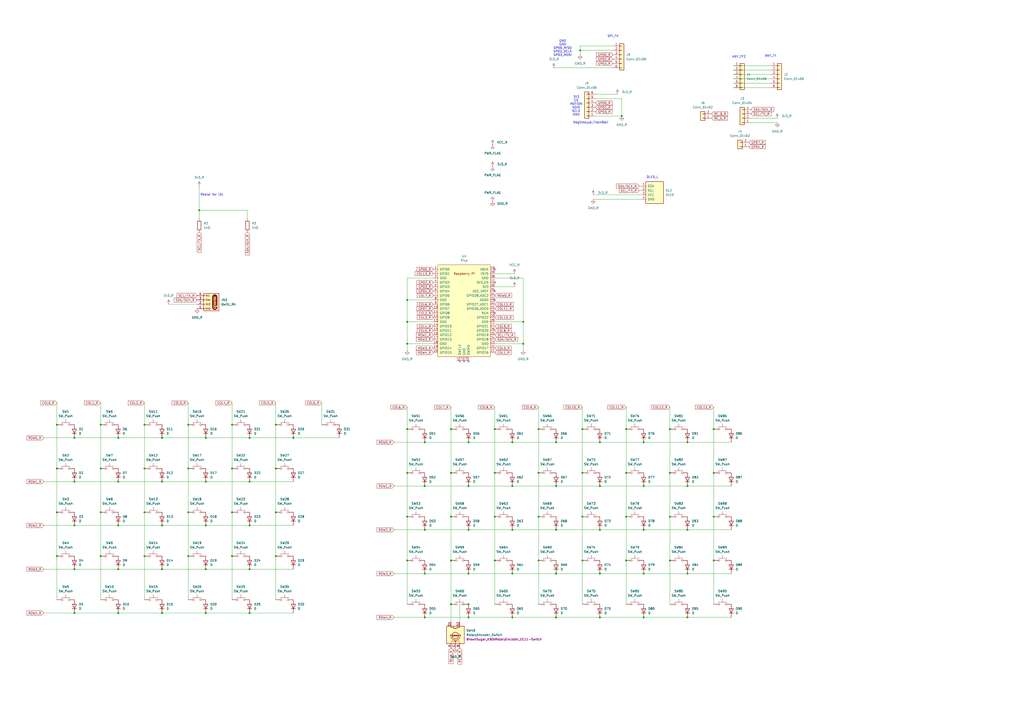
<source format=kicad_sch>
(kicad_sch (version 20250114) (generator "eeschema") (generator_version "9.0")
  (paper "A2")
  (text "GND\nGND\nGP00_MISO\nGP02_SCLK\nGP03_MOSI" (at 326.39 27.94 0) (effects (font (size 1.27 1.27))))
  (text "Resist for i2c" (at 122.936 113.03 0) (effects (font (size 1.27 1.27))))
  (text "ANY_TY" (at 447.04 32.512 0) (effects (font (size 1.27 1.27))))
  (text "3V3\nCS\nMOTION\nSDIO\nSCLK\nGND" (at 334.264 61.468 0) (effects (font (size 1.27 1.27))))
  (text "ANY_FFC" (at 428.752 33.02 0) (effects (font (size 1.27 1.27))))
  (text "Nogikesuya_TrackBall\n" (at 342.646 71.12 0) (effects (font (size 1.27 1.27))))
  (text "SPI_TH" (at 355.6 21.082 0) (effects (font (size 1.27 1.27))))
  (text "OLED_L" (at 378.46 102.87 0) (effects (font (size 1.27 1.27))))
  (junction (at 373.38 358.14))
  (junction (at 322.58 358.14))
  (junction (at 33.02 271.78))
  (junction (at 398.78 256.54))
  (junction (at 246.38 358.14))
  (junction (at 109.22 271.78))
  (junction (at 373.38 332.74))
  (junction (at 160.02 271.78))
  (junction (at 83.82 297.18))
  (junction (at 322.58 256.54))
  (junction (at 303.53 186.69))
  (junction (at 58.42 271.78))
  (junction (at 336.55 29.21))
  (junction (at 414.02 299.72))
  (junction (at 246.38 256.54))
  (junction (at 144.78 279.4))
  (junction (at 144.78 304.8))
  (junction (at 144.78 254))
  (junction (at 388.62 274.32))
  (junction (at 134.62 297.18))
  (junction (at 363.22 325.12))
  (junction (at 373.38 256.54))
  (junction (at 109.22 297.18))
  (junction (at 271.78 350.52))
  (junction (at 236.22 199.39))
  (junction (at 33.02 322.58))
  (junction (at 160.02 297.18))
  (junction (at 388.62 248.92))
  (junction (at 236.22 274.32))
  (junction (at 297.18 358.14))
  (junction (at 236.22 299.72))
  (junction (at 322.58 332.74))
  (junction (at 115.57 121.92))
  (junction (at 363.22 299.72))
  (junction (at 160.02 322.58))
  (junction (at 119.38 355.6))
  (junction (at 83.82 271.78))
  (junction (at 261.62 325.12))
  (junction (at 68.58 330.2))
  (junction (at 33.02 297.18))
  (junction (at 33.02 246.38))
  (junction (at 246.38 281.94))
  (junction (at 93.98 355.6))
  (junction (at 93.98 330.2))
  (junction (at 261.62 350.52))
  (junction (at 109.22 246.38))
  (junction (at 83.82 322.58))
  (junction (at 43.18 279.4))
  (junction (at 373.38 307.34))
  (junction (at 58.42 297.18))
  (junction (at 246.38 307.34))
  (junction (at 373.38 281.94))
  (junction (at 93.98 279.4))
  (junction (at 363.22 248.92))
  (junction (at 337.82 248.92))
  (junction (at 134.62 271.78))
  (junction (at 297.18 332.74))
  (junction (at 119.38 304.8))
  (junction (at 160.02 246.38))
  (junction (at 43.18 330.2))
  (junction (at 119.38 254))
  (junction (at 236.22 173.99))
  (junction (at 337.82 325.12))
  (junction (at 347.98 256.54))
  (junction (at 398.78 332.74))
  (junction (at 398.78 307.34))
  (junction (at 271.78 358.14))
  (junction (at 93.98 304.8))
  (junction (at 271.78 281.94))
  (junction (at 134.62 322.58))
  (junction (at 236.22 248.92))
  (junction (at 287.02 325.12))
  (junction (at 271.78 307.34))
  (junction (at 144.78 330.2))
  (junction (at 109.22 322.58))
  (junction (at 388.62 299.72))
  (junction (at 246.38 332.74))
  (junction (at 68.58 279.4))
  (junction (at 287.02 248.92))
  (junction (at 297.18 281.94))
  (junction (at 347.98 358.14))
  (junction (at 388.62 325.12))
  (junction (at 398.78 281.94))
  (junction (at 414.02 325.12))
  (junction (at 414.02 274.32))
  (junction (at 303.53 199.39))
  (junction (at 414.02 248.92))
  (junction (at 236.22 325.12))
  (junction (at 68.58 304.8))
  (junction (at 83.82 246.38))
  (junction (at 236.22 186.69))
  (junction (at 360.68 67.31))
  (junction (at 297.18 307.34))
  (junction (at 58.42 246.38))
  (junction (at 68.58 254))
  (junction (at 337.82 274.32))
  (junction (at 43.18 355.6))
  (junction (at 297.18 256.54))
  (junction (at 312.42 248.92))
  (junction (at 398.78 358.14))
  (junction (at 144.78 355.6))
  (junction (at 312.42 274.32))
  (junction (at 119.38 330.2))
  (junction (at 312.42 299.72))
  (junction (at 170.18 254))
  (junction (at 58.42 322.58))
  (junction (at 347.98 332.74))
  (junction (at 43.18 254))
  (junction (at 271.78 332.74))
  (junction (at 337.82 299.72))
  (junction (at 287.02 274.32))
  (junction (at 261.62 248.92))
  (junction (at 119.38 279.4))
  (junction (at 287.02 299.72))
  (junction (at 322.58 307.34))
  (junction (at 43.18 304.8))
  (junction (at 347.98 281.94))
  (junction (at 261.62 274.32))
  (junction (at 68.58 355.6))
  (junction (at 312.42 325.12))
  (junction (at 347.98 307.34))
  (junction (at 271.78 256.54))
  (junction (at 322.58 281.94))
  (junction (at 363.22 274.32))
  (junction (at 134.62 246.38))
  (junction (at 261.62 299.72))
  (junction (at 93.98 254))
  (no_connect (at 266.7 209.55))
  (no_connect (at 287.02 168.91))
  (no_connect (at 269.24 209.55))
  (no_connect (at 287.02 173.99))
  (no_connect (at 287.02 181.61))
  (no_connect (at 287.02 163.83))
  (no_connect (at 271.78 209.55))
  (no_connect (at 287.02 156.21))
  (wire (pts (xy 287.02 186.69) (xy 303.53 186.69)))
  (wire (pts (xy 271.78 332.74) (xy 297.18 332.74)))
  (wire (pts (xy 388.62 325.12) (xy 388.62 350.52)))
  (wire (pts (xy 297.18 281.94) (xy 322.58 281.94)))
  (wire (pts (xy 337.82 248.92) (xy 337.82 274.32)))
  (wire (pts (xy 119.38 355.6) (xy 144.78 355.6)))
  (wire (pts (xy 373.38 256.54) (xy 398.78 256.54)))
  (wire (pts (xy 228.6 358.14) (xy 246.38 358.14)))
  (wire (pts (xy 271.78 358.14) (xy 297.18 358.14)))
  (wire (pts (xy 236.22 274.32) (xy 236.22 299.72)))
  (wire (pts (xy 68.58 279.4) (xy 93.98 279.4)))
  (wire (pts (xy 246.38 358.14) (xy 271.78 358.14)))
  (wire (pts (xy 115.57 107.95) (xy 115.57 121.92)))
  (wire (pts (xy 414.02 248.92) (xy 414.02 274.32)))
  (wire (pts (xy 119.38 330.2) (xy 144.78 330.2)))
  (wire (pts (xy 160.02 233.68) (xy 160.02 246.38)))
  (wire (pts (xy 186.69 233.68) (xy 186.69 246.38)))
  (wire (pts (xy 33.02 297.18) (xy 33.02 322.58)))
  (wire (pts (xy 398.78 307.34) (xy 424.18 307.34)))
  (wire (pts (xy 322.58 256.54) (xy 347.98 256.54)))
  (wire (pts (xy 236.22 161.29) (xy 236.22 173.99)))
  (wire (pts (xy 236.22 186.69) (xy 251.46 186.69)))
  (wire (pts (xy 68.58 254) (xy 93.98 254)))
  (wire (pts (xy 312.42 299.72) (xy 312.42 325.12)))
  (wire (pts (xy 298.45 166.37) (xy 287.02 166.37)))
  (wire (pts (xy 160.02 297.18) (xy 160.02 322.58)))
  (wire (pts (xy 373.38 332.74) (xy 398.78 332.74)))
  (wire (pts (xy 322.58 281.94) (xy 347.98 281.94)))
  (wire (pts (xy 58.42 233.68) (xy 58.42 246.38)))
  (wire (pts (xy 261.62 360.68) (xy 261.62 350.52)))
  (wire (pts (xy 236.22 199.39) (xy 236.22 203.2)))
  (wire (pts (xy 119.38 279.4) (xy 144.78 279.4)))
  (wire (pts (xy 347.98 358.14) (xy 373.38 358.14)))
  (wire (pts (xy 425.45 43.18) (xy 447.04 43.18)))
  (wire (pts (xy 83.82 297.18) (xy 83.82 322.58)))
  (wire (pts (xy 43.18 330.2) (xy 68.58 330.2)))
  (wire (pts (xy 347.98 307.34) (xy 373.38 307.34)))
  (wire (pts (xy 398.78 332.74) (xy 424.18 332.74)))
  (wire (pts (xy 134.62 297.18) (xy 134.62 322.58)))
  (wire (pts (xy 83.82 322.58) (xy 83.82 347.98)))
  (wire (pts (xy 322.58 332.74) (xy 347.98 332.74)))
  (wire (pts (xy 228.6 332.74) (xy 246.38 332.74)))
  (wire (pts (xy 303.53 161.29) (xy 303.53 186.69)))
  (wire (pts (xy 261.62 325.12) (xy 261.62 350.52)))
  (wire (pts (xy 388.62 299.72) (xy 388.62 325.12)))
  (wire (pts (xy 425.45 45.72) (xy 447.04 45.72)))
  (wire (pts (xy 344.17 113.03) (xy 372.11 113.03)))
  (wire (pts (xy 109.22 271.78) (xy 109.22 297.18)))
  (wire (pts (xy 83.82 233.68) (xy 83.82 246.38)))
  (wire (pts (xy 388.62 274.32) (xy 388.62 299.72)))
  (wire (pts (xy 312.42 236.22) (xy 312.42 248.92)))
  (wire (pts (xy 287.02 161.29) (xy 303.53 161.29)))
  (wire (pts (xy 321.31 39.37) (xy 355.6 39.37)))
  (wire (pts (xy 345.44 57.15) (xy 360.68 57.15)))
  (wire (pts (xy 337.82 236.22) (xy 337.82 248.92)))
  (wire (pts (xy 312.42 325.12) (xy 312.42 350.52)))
  (wire (pts (xy 115.57 127) (xy 115.57 121.92)))
  (wire (pts (xy 261.62 274.32) (xy 261.62 299.72)))
  (wire (pts (xy 58.42 271.78) (xy 58.42 297.18)))
  (wire (pts (xy 83.82 271.78) (xy 83.82 297.18)))
  (wire (pts (xy 119.38 304.8) (xy 144.78 304.8)))
  (wire (pts (xy 97.79 176.53) (xy 114.3 176.53)))
  (wire (pts (xy 398.78 358.14) (xy 424.18 358.14)))
  (wire (pts (xy 33.02 233.68) (xy 33.02 246.38)))
  (wire (pts (xy 347.98 256.54) (xy 373.38 256.54)))
  (wire (pts (xy 336.55 29.21) (xy 355.6 29.21)))
  (wire (pts (xy 363.22 236.22) (xy 363.22 248.92)))
  (wire (pts (xy 363.22 248.92) (xy 363.22 274.32)))
  (wire (pts (xy 398.78 256.54) (xy 424.18 256.54)))
  (wire (pts (xy 347.98 281.94) (xy 373.38 281.94)))
  (wire (pts (xy 398.78 281.94) (xy 424.18 281.94)))
  (wire (pts (xy 134.62 322.58) (xy 134.62 347.98)))
  (wire (pts (xy 93.98 330.2) (xy 119.38 330.2)))
  (wire (pts (xy 287.02 274.32) (xy 287.02 299.72)))
  (wire (pts (xy 228.6 307.34) (xy 246.38 307.34)))
  (wire (pts (xy 271.78 281.94) (xy 297.18 281.94)))
  (wire (pts (xy 33.02 271.78) (xy 33.02 297.18)))
  (wire (pts (xy 160.02 271.78) (xy 160.02 297.18)))
  (wire (pts (xy 236.22 173.99) (xy 251.46 173.99)))
  (wire (pts (xy 109.22 233.68) (xy 109.22 246.38)))
  (wire (pts (xy 425.45 38.1) (xy 447.04 38.1)))
  (wire (pts (xy 298.45 158.75) (xy 287.02 158.75)))
  (wire (pts (xy 337.82 325.12) (xy 337.82 350.52)))
  (wire (pts (xy 287.02 199.39) (xy 303.53 199.39)))
  (wire (pts (xy 246.38 281.94) (xy 271.78 281.94)))
  (wire (pts (xy 236.22 186.69) (xy 236.22 199.39)))
  (wire (pts (xy 363.22 299.72) (xy 363.22 325.12)))
  (wire (pts (xy 287.02 236.22) (xy 287.02 248.92)))
  (wire (pts (xy 25.4 254) (xy 43.18 254)))
  (wire (pts (xy 93.98 355.6) (xy 119.38 355.6)))
  (wire (pts (xy 33.02 246.38) (xy 33.02 271.78)))
  (wire (pts (xy 236.22 173.99) (xy 236.22 186.69)))
  (wire (pts (xy 160.02 322.58) (xy 160.02 347.98)))
  (wire (pts (xy 344.17 115.57) (xy 372.11 115.57)))
  (wire (pts (xy 287.02 299.72) (xy 287.02 325.12)))
  (wire (pts (xy 144.78 254) (xy 170.18 254)))
  (wire (pts (xy 355.6 26.67) (xy 336.55 26.67)))
  (wire (pts (xy 266.7 350.52) (xy 266.7 360.68)))
  (wire (pts (xy 336.55 29.21) (xy 336.55 31.75)))
  (wire (pts (xy 425.45 50.8) (xy 447.04 50.8)))
  (wire (pts (xy 143.51 127) (xy 143.51 121.92)))
  (wire (pts (xy 388.62 248.92) (xy 388.62 274.32)))
  (wire (pts (xy 373.38 281.94) (xy 398.78 281.94)))
  (wire (pts (xy 297.18 358.14) (xy 322.58 358.14)))
  (wire (pts (xy 414.02 274.32) (xy 414.02 299.72)))
  (wire (pts (xy 297.18 307.34) (xy 322.58 307.34)))
  (wire (pts (xy 322.58 358.14) (xy 347.98 358.14)))
  (wire (pts (xy 68.58 304.8) (xy 93.98 304.8)))
  (wire (pts (xy 261.62 248.92) (xy 261.62 274.32)))
  (wire (pts (xy 58.42 322.58) (xy 58.42 347.98)))
  (wire (pts (xy 271.78 256.54) (xy 297.18 256.54)))
  (wire (pts (xy 363.22 274.32) (xy 363.22 299.72)))
  (wire (pts (xy 297.18 256.54) (xy 322.58 256.54)))
  (wire (pts (xy 360.68 57.15) (xy 360.68 67.31)))
  (wire (pts (xy 43.18 355.6) (xy 68.58 355.6)))
  (wire (pts (xy 134.62 271.78) (xy 134.62 297.18)))
  (wire (pts (xy 109.22 297.18) (xy 109.22 322.58)))
  (wire (pts (xy 360.68 67.31) (xy 345.44 67.31)))
  (wire (pts (xy 303.53 186.69) (xy 303.53 199.39)))
  (wire (pts (xy 425.45 40.64) (xy 447.04 40.64)))
  (wire (pts (xy 228.6 281.94) (xy 246.38 281.94)))
  (wire (pts (xy 312.42 274.32) (xy 312.42 299.72)))
  (wire (pts (xy 414.02 299.72) (xy 414.02 325.12)))
  (wire (pts (xy 160.02 246.38) (xy 160.02 271.78)))
  (wire (pts (xy 370.84 107.95) (xy 372.11 107.95)))
  (wire (pts (xy 115.57 121.92) (xy 143.51 121.92)))
  (wire (pts (xy 337.82 299.72) (xy 337.82 325.12)))
  (wire (pts (xy 93.98 304.8) (xy 119.38 304.8)))
  (wire (pts (xy 271.78 307.34) (xy 297.18 307.34)))
  (wire (pts (xy 414.02 325.12) (xy 414.02 350.52)))
  (wire (pts (xy 246.38 307.34) (xy 271.78 307.34)))
  (wire (pts (xy 370.84 110.49) (xy 372.11 110.49)))
  (wire (pts (xy 43.18 279.4) (xy 68.58 279.4)))
  (wire (pts (xy 312.42 248.92) (xy 312.42 274.32)))
  (wire (pts (xy 435.61 71.12) (xy 450.85 71.12)))
  (wire (pts (xy 414.02 236.22) (xy 414.02 248.92)))
  (wire (pts (xy 336.55 26.67) (xy 336.55 29.21)))
  (wire (pts (xy 144.78 355.6) (xy 170.18 355.6)))
  (wire (pts (xy 261.62 299.72) (xy 261.62 325.12)))
  (wire (pts (xy 266.7 350.52) (xy 271.78 350.52)))
  (wire (pts (xy 345.44 54.61) (xy 358.14 54.61)))
  (wire (pts (xy 83.82 246.38) (xy 83.82 271.78)))
  (wire (pts (xy 43.18 304.8) (xy 68.58 304.8)))
  (wire (pts (xy 236.22 199.39) (xy 251.46 199.39)))
  (wire (pts (xy 322.58 307.34) (xy 347.98 307.34)))
  (wire (pts (xy 25.4 330.2) (xy 43.18 330.2)))
  (wire (pts (xy 303.53 203.2) (xy 303.53 199.39)))
  (wire (pts (xy 170.18 254) (xy 196.85 254)))
  (wire (pts (xy 68.58 330.2) (xy 93.98 330.2)))
  (wire (pts (xy 144.78 304.8) (xy 170.18 304.8)))
  (wire (pts (xy 236.22 325.12) (xy 236.22 350.52)))
  (wire (pts (xy 25.4 279.4) (xy 43.18 279.4)))
  (wire (pts (xy 25.4 355.6) (xy 43.18 355.6)))
  (wire (pts (xy 251.46 161.29) (xy 236.22 161.29)))
  (wire (pts (xy 297.18 332.74) (xy 322.58 332.74)))
  (wire (pts (xy 228.6 256.54) (xy 246.38 256.54)))
  (wire (pts (xy 287.02 325.12) (xy 287.02 350.52)))
  (wire (pts (xy 25.4 304.8) (xy 43.18 304.8)))
  (wire (pts (xy 373.38 358.14) (xy 398.78 358.14)))
  (wire (pts (xy 43.18 254) (xy 68.58 254)))
  (wire (pts (xy 144.78 279.4) (xy 170.18 279.4)))
  (wire (pts (xy 109.22 246.38) (xy 109.22 271.78)))
  (wire (pts (xy 388.62 236.22) (xy 388.62 248.92)))
  (wire (pts (xy 93.98 279.4) (xy 119.38 279.4)))
  (wire (pts (xy 134.62 246.38) (xy 134.62 271.78)))
  (wire (pts (xy 287.02 248.92) (xy 287.02 274.32)))
  (wire (pts (xy 109.22 322.58) (xy 109.22 347.98)))
  (wire (pts (xy 435.61 68.58) (xy 450.85 68.58)))
  (wire (pts (xy 33.02 322.58) (xy 33.02 347.98)))
  (wire (pts (xy 68.58 355.6) (xy 93.98 355.6)))
  (wire (pts (xy 246.38 332.74) (xy 271.78 332.74)))
  (wire (pts (xy 347.98 332.74) (xy 373.38 332.74)))
  (wire (pts (xy 144.78 330.2) (xy 170.18 330.2)))
  (wire (pts (xy 134.62 233.68) (xy 134.62 246.38)))
  (wire (pts (xy 373.38 307.34) (xy 398.78 307.34)))
  (wire (pts (xy 425.45 48.26) (xy 447.04 48.26)))
  (wire (pts (xy 58.42 246.38) (xy 58.42 271.78)))
  (wire (pts (xy 93.98 254) (xy 119.38 254)))
  (wire (pts (xy 261.62 236.22) (xy 261.62 248.92)))
  (wire (pts (xy 363.22 325.12) (xy 363.22 350.52)))
  (wire (pts (xy 236.22 236.22) (xy 236.22 248.92)))
  (wire (pts (xy 337.82 274.32) (xy 337.82 299.72)))
  (wire (pts (xy 236.22 299.72) (xy 236.22 325.12)))
  (wire (pts (xy 236.22 248.92) (xy 236.22 274.32)))
  (wire (pts (xy 119.38 254) (xy 144.78 254)))
  (wire (pts (xy 58.42 297.18) (xy 58.42 322.58)))
  (wire (pts (xy 246.38 256.54) (xy 271.78 256.54)))
  (global_label "ROW1_R" (shape input) (at 228.6 281.94 180) (property "Intersheetrefs" "${INTERSHEET_REFS}" (effects (hide yes))))
  (global_label "COL2_R" (shape input) (at 83.82 233.68 180) (property "Intersheetrefs" "${INTERSHEET_REFS}" (effects (hide yes))))
  (global_label "GP00_R" (shape input) (at 355.6 31.75 180) (property "Intersheetrefs" "${INTERSHEET_REFS}" (effects (hide yes))))
  (global_label "GP03_R" (shape input) (at 355.6 36.83 180) (property "Intersheetrefs" "${INTERSHEET_REFS}" (effects (hide yes))))
  (global_label "COL2_R" (shape input) (at 251.46 181.61 180) (property "Intersheetrefs" "${INTERSHEET_REFS}" (effects (hide yes))))
  (global_label "ROW2_R" (shape input) (at 251.46 196.85 180) (property "Intersheetrefs" "${INTERSHEET_REFS}" (effects (hide yes))))
  (global_label "COL8_R" (shape input) (at 287.02 236.22 180) (property "Intersheetrefs" "${INTERSHEET_REFS}" (effects (hide yes))))
  (global_label "GP04_R" (shape input) (at 434.34 85.09 0) (property "Intersheetrefs" "${INTERSHEET_REFS}" (effects (hide yes))))
  (global_label "COL6_R" (shape input) (at 236.22 236.22 180) (property "Intersheetrefs" "${INTERSHEET_REFS}" (effects (hide yes))))
  (global_label "COL4_R" (shape input) (at 251.46 189.23 180) (property "Intersheetrefs" "${INTERSHEET_REFS}" (effects (hide yes))))
  (global_label "ROW0_R" (shape input) (at 287.02 171.45 0) (property "Intersheetrefs" "${INTERSHEET_REFS}" (effects (hide yes))))
  (global_label "GP02_R" (shape input) (at 355.6 34.29 180) (property "Intersheetrefs" "${INTERSHEET_REFS}" (effects (hide yes))))
  (global_label "SCL{slash}TX_R" (shape input) (at 287.02 194.31 0) (property "Intersheetrefs" "${INTERSHEET_REFS}" (effects (hide yes))))
  (global_label "COL1_R" (shape input) (at 58.42 233.68 180) (property "Intersheetrefs" "${INTERSHEET_REFS}" (effects (hide yes))))
  (global_label "GP07_R" (shape input) (at 251.46 179.07 180) (property "Intersheetrefs" "${INTERSHEET_REFS}" (effects (hide yes))))
  (global_label "COL3_R" (shape input) (at 109.22 233.68 180) (property "Intersheetrefs" "${INTERSHEET_REFS}" (effects (hide yes))))
  (global_label "RE_B_R" (shape input) (at 266.7 375.92 270) (property "Intersheetrefs" "${INTERSHEET_REFS}" (effects (hide yes))))
  (global_label "COL12_R" (shape input) (at 287.02 176.53 0) (property "Intersheetrefs" "${INTERSHEET_REFS}" (effects (hide yes))))
  (global_label "SCL{slash}TX_R" (shape input) (at 115.57 134.62 270) (property "Intersheetrefs" "${INTERSHEET_REFS}" (effects (hide yes))))
  (global_label "ROW4_R" (shape input) (at 251.46 204.47 180) (property "Intersheetrefs" "${INTERSHEET_REFS}" (effects (hide yes))))
  (global_label "COL13_R" (shape input) (at 251.46 158.75 180) (property "Intersheetrefs" "${INTERSHEET_REFS}" (effects (hide yes))))
  (global_label "GP04_R" (shape input) (at 251.46 168.91 180) (property "Intersheetrefs" "${INTERSHEET_REFS}" (effects (hide yes))))
  (global_label "COL7_R" (shape input) (at 261.62 236.22 180) (property "Intersheetrefs" "${INTERSHEET_REFS}" (effects (hide yes))))
  (global_label "SDA{slash}SCK_R" (shape input) (at 143.51 134.62 270) (property "Intersheetrefs" "${INTERSHEET_REFS}" (effects (hide yes))))
  (global_label "COL9_R" (shape input) (at 287.02 189.23 0) (property "Intersheetrefs" "${INTERSHEET_REFS}" (effects (hide yes))))
  (global_label "COL7_R" (shape input) (at 251.46 171.45 180) (property "Intersheetrefs" "${INTERSHEET_REFS}" (effects (hide yes))))
  (global_label "COL1_R" (shape input) (at 287.02 204.47 0) (property "Intersheetrefs" "${INTERSHEET_REFS}" (effects (hide yes))))
  (global_label "COL5_R" (shape input) (at 160.02 233.68 180) (property "Intersheetrefs" "${INTERSHEET_REFS}" (effects (hide yes))))
  (global_label "SCL{slash}TX_R" (shape input) (at 114.3 171.45 180) (property "Intersheetrefs" "${INTERSHEET_REFS}" (effects (hide yes))))
  (global_label "ROW3_R" (shape input) (at 228.6 332.74 180) (property "Intersheetrefs" "${INTERSHEET_REFS}" (effects (hide yes))))
  (global_label "ROW1_R" (shape input) (at 251.46 194.31 180) (property "Intersheetrefs" "${INTERSHEET_REFS}" (effects (hide yes))))
  (global_label "COL10_R" (shape input) (at 287.02 184.15 0) (property "Intersheetrefs" "${INTERSHEET_REFS}" (effects (hide yes))))
  (global_label "RE_B_R" (shape input) (at 412.75 66.04 0) (property "Intersheetrefs" "${INTERSHEET_REFS}" (effects (hide yes))))
  (global_label "ROW3_R" (shape input) (at 25.4 330.2 180) (property "Intersheetrefs" "${INTERSHEET_REFS}" (effects (hide yes))))
  (global_label "COL11_R" (shape input) (at 363.22 236.22 180) (property "Intersheetrefs" "${INTERSHEET_REFS}" (effects (hide yes))))
  (global_label "COL12_R" (shape input) (at 388.62 236.22 180) (property "Intersheetrefs" "${INTERSHEET_REFS}" (effects (hide yes))))
  (global_label "ROW2_R" (shape input) (at 25.4 304.8 180) (property "Intersheetrefs" "${INTERSHEET_REFS}" (effects (hide yes))))
  (global_label "SDA{slash}SCK_R" (shape input) (at 114.3 173.99 180) (property "Intersheetrefs" "${INTERSHEET_REFS}" (effects (hide yes))))
  (global_label "GP03_R" (shape input) (at 345.44 64.77 0) (property "Intersheetrefs" "${INTERSHEET_REFS}" (effects (hide yes))))
  (global_label "ROW4_R" (shape input) (at 228.6 358.14 180) (property "Intersheetrefs" "${INTERSHEET_REFS}" (effects (hide yes))))
  (global_label "GP02_R" (shape input) (at 345.44 62.23 0) (property "Intersheetrefs" "${INTERSHEET_REFS}" (effects (hide yes))))
  (global_label "GP00_R" (shape input) (at 251.46 156.21 180) (property "Intersheetrefs" "${INTERSHEET_REFS}" (effects (hide yes))))
  (global_label "ROW0_R" (shape input) (at 228.6 256.54 180) (property "Intersheetrefs" "${INTERSHEET_REFS}" (effects (hide yes))))
  (global_label "COL6_R" (shape input) (at 251.46 176.53 180) (property "Intersheetrefs" "${INTERSHEET_REFS}" (effects (hide yes))))
  (global_label "ROW0_R" (shape input) (at 25.4 254 180) (property "Intersheetrefs" "${INTERSHEET_REFS}" (effects (hide yes))))
  (global_label "GP03_R" (shape input) (at 251.46 166.37 180) (property "Intersheetrefs" "${INTERSHEET_REFS}" (effects (hide yes))))
  (global_label "COL3_R" (shape input) (at 251.46 184.15 180) (property "Intersheetrefs" "${INTERSHEET_REFS}" (effects (hide yes))))
  (global_label "RE_A_R" (shape input) (at 261.62 375.92 270) (property "Intersheetrefs" "${INTERSHEET_REFS}" (effects (hide yes))))
  (global_label "ROW2_R" (shape input) (at 228.6 307.34 180) (property "Intersheetrefs" "${INTERSHEET_REFS}" (effects (hide yes))))
  (global_label "ROW3_R" (shape input) (at 251.46 201.93 180) (property "Intersheetrefs" "${INTERSHEET_REFS}" (effects (hide yes))))
  (global_label "COL0_R" (shape input) (at 287.02 201.93 0) (property "Intersheetrefs" "${INTERSHEET_REFS}" (effects (hide yes))))
  (global_label "COL0_R" (shape input) (at 33.02 233.68 180) (property "Intersheetrefs" "${INTERSHEET_REFS}" (effects (hide yes))))
  (global_label "COL11_R" (shape input) (at 287.02 179.07 0) (property "Intersheetrefs" "${INTERSHEET_REFS}" (effects (hide yes))))
  (global_label "SDA{slash}SCK_R" (shape input) (at 435.61 63.5 0) (property "Intersheetrefs" "${INTERSHEET_REFS}" (effects (hide yes))))
  (global_label "RE_A_R" (shape input) (at 412.75 68.58 0) (property "Intersheetrefs" "${INTERSHEET_REFS}" (effects (hide yes))))
  (global_label "SCL{slash}TX_R" (shape input) (at 370.84 110.49 180) (property "Intersheetrefs" "${INTERSHEET_REFS}" (effects (hide yes))))
  (global_label "SDA{slash}SCK_R" (shape input) (at 287.02 196.85 0) (property "Intersheetrefs" "${INTERSHEET_REFS}" (effects (hide yes))))
  (global_label "COL9_R" (shape input) (at 312.42 236.22 180) (property "Intersheetrefs" "${INTERSHEET_REFS}" (effects (hide yes))))
  (global_label "COL4_R" (shape input) (at 134.62 233.68 180) (property "Intersheetrefs" "${INTERSHEET_REFS}" (effects (hide yes))))
  (global_label "COL6_R" (shape input) (at 186.69 233.68 180) (property "Intersheetrefs" "${INTERSHEET_REFS}" (effects (hide yes))))
  (global_label "COL10_R" (shape input) (at 337.82 236.22 180) (property "Intersheetrefs" "${INTERSHEET_REFS}" (effects (hide yes))))
  (global_label "ROW1_R" (shape input) (at 25.4 279.4 180) (property "Intersheetrefs" "${INTERSHEET_REFS}" (effects (hide yes))))
  (global_label "COL5_R" (shape input) (at 251.46 191.77 180) (property "Intersheetrefs" "${INTERSHEET_REFS}" (effects (hide yes))))
  (global_label "SCL{slash}TX_R" (shape input) (at 435.61 66.04 0) (property "Intersheetrefs" "${INTERSHEET_REFS}" (effects (hide yes))))
  (global_label "ROW4_R" (shape input) (at 25.4 355.6 180) (property "Intersheetrefs" "${INTERSHEET_REFS}" (effects (hide yes))))
  (global_label "SDA{slash}SCK_R" (shape input) (at 370.84 107.95 180) (property "Intersheetrefs" "${INTERSHEET_REFS}" (effects (hide yes))))
  (global_label "COL13_R" (shape input) (at 414.02 236.22 180) (property "Intersheetrefs" "${INTERSHEET_REFS}" (effects (hide yes))))
  (global_label "GP07_R" (shape input) (at 434.34 82.55 0) (property "Intersheetrefs" "${INTERSHEET_REFS}" (effects (hide yes))))
  (global_label "GP02_R" (shape input) (at 251.46 163.83 180) (property "Intersheetrefs" "${INTERSHEET_REFS}" (effects (hide yes))))
  (global_label "COL8_R" (shape input) (at 287.02 191.77 0) (property "Intersheetrefs" "${INTERSHEET_REFS}" (effects (hide yes))))
  (global_label "GP00_R" (shape input) (at 345.44 59.69 0) (property "Intersheetrefs" "${INTERSHEET_REFS}" (effects (hide yes))))
  (symbol (lib_id "Switch:SW_Push") (at 342.9 274.32 0) (mirror y) (unit 1)
    (property "Reference" "SW72" (at 342.9 266.7 0))
    (property "Value" "SW_Push" (at 342.9 269.24 0))
    (property "Footprint" "Rikkodo_FootPrint:rkd_pushsw_2_1u" (effects (hide yes)))
    (property "Description" "Push button switch, generic, two pins" (effects (hide yes)))
  )
  (symbol (lib_id "Switch:SW_Push") (at 342.9 325.12 0) (mirror y) (unit 1)
    (property "Reference" "SW74" (at 342.9 317.5 0))
    (property "Value" "SW_Push" (at 342.9 320.04 0))
    (property "Footprint" "Rikkodo_FootPrint:rkd_pushsw_2_1u" (effects (hide yes)))
    (property "Description" "Push button switch, generic, two pins" (effects (hide yes)))
  )
  (symbol (lib_id "Device:R") (at 115.57 130.81 0) (unit 1)
    (property "Reference" "R2" (at 118.11 129.5399 0) (effects (justify left)))
    (property "Value" "1kΩ" (at 118.11 132.0799 0) (effects (justify left)))
    (property "Footprint" "Resistor_SMD:R_0603_1608Metric" (effects (hide yes)))
  )
  (symbol (lib_id "RPi_Pico:Pico") (at 269.24 180.34 0) (unit 1)
    (property "Reference" "U4" (at 269.24 148.59 0))
    (property "Value" "Pico" (at 269.24 151.13 0))
    (property "Footprint" "Rikkodo_FootPrint:rkd_RPi_Pico_TH_NODBG" (effects (hide yes)))
  )
  (symbol (lib_id "Switch:SW_Push") (at 241.3 325.12 0) (mirror y) (unit 1)
    (property "Reference" "SW54" (at 241.3 317.5 0))
    (property "Value" "SW_Push" (at 241.3 320.04 0))
    (property "Footprint" "Rikkodo_FootPrint:rkd_pushsw_2_1u" (effects (hide yes)))
    (property "Description" "Push button switch, generic, two pins" (effects (hide yes)))
  )
  (symbol (lib_id "Device:D") (at 119.38 326.39 90) (unit 1)
    (property "Reference" "D19" (at 121.92 325.1199 90) (effects (justify right)))
    (property "Value" "D" (at 121.92 327.6599 90) (effects (justify right)))
    (property "Footprint" "kbd_Parts:Diode_SMD" (effects (hide yes)))
    (property "Description" "Diode" (effects (hide yes)))
    (property "Sim.Device" "D" (effects (hide yes)))
    (property "Sim.Pins" "1=K 2=A" (effects (hide yes)))
  )
  (symbol (lib_id "Switch:SW_Push") (at 317.5 299.72 0) (mirror y) (unit 1)
    (property "Reference" "SW68" (at 317.5 292.1 0))
    (property "Value" "SW_Push" (at 317.5 294.64 0))
    (property "Footprint" "Rikkodo_FootPrint:rkd_pushsw_2_1u" (effects (hide yes)))
    (property "Description" "Push button switch, generic, two pins" (effects (hide yes)))
  )
  (symbol (lib_id "Device:D") (at 297.18 303.53 90) (unit 1)
    (property "Reference" "D63" (at 299.72 302.2599 90) (effects (justify right)))
    (property "Value" "D" (at 299.72 304.7999 90) (effects (justify right)))
    (property "Footprint" "kbd_Parts:Diode_SMD" (effects (hide yes)))
    (property "Description" "Diode" (effects (hide yes)))
    (property "Sim.Device" "D" (effects (hide yes)))
    (property "Sim.Pins" "1=K 2=A" (effects (hide yes)))
  )
  (symbol (lib_id "Device:D") (at 43.18 300.99 90) (unit 1)
    (property "Reference" "D3" (at 45.72 299.7199 90) (effects (justify right)))
    (property "Value" "D" (at 45.72 302.2599 90) (effects (justify right)))
    (property "Footprint" "kbd_Parts:Diode_SMD" (effects (hide yes)))
    (property "Description" "Diode" (effects (hide yes)))
    (property "Sim.Device" "D" (effects (hide yes)))
    (property "Sim.Pins" "1=K 2=A" (effects (hide yes)))
  )
  (symbol (lib_id "Device:D") (at 119.38 275.59 90) (unit 1)
    (property "Reference" "D17" (at 121.92 274.3199 90) (effects (justify right)))
    (property "Value" "D" (at 121.92 276.8599 90) (effects (justify right)))
    (property "Footprint" "kbd_Parts:Diode_SMD" (effects (hide yes)))
    (property "Description" "Diode" (effects (hide yes)))
    (property "Sim.Device" "D" (effects (hide yes)))
    (property "Sim.Pins" "1=K 2=A" (effects (hide yes)))
  )
  (symbol (lib_id "Switch:SW_Push") (at 165.1 271.78 0) (mirror y) (unit 1)
    (property "Reference" "SW27" (at 165.1 264.16 0))
    (property "Value" "SW_Push" (at 165.1 266.7 0))
    (property "Footprint" "Rikkodo_FootPrint:rkd_pushsw_2_1u" (effects (hide yes)))
    (property "Description" "Push button switch, generic, two pins" (effects (hide yes)))
  )
  (symbol (lib_id "power:VCC") (at 344.17 113.03 0) (unit 1)
    (property "Reference" "#PWR025" (effects (hide yes)))
    (property "Value" "3v3_R" (at 346.71 111.7599 0) (effects (justify left)))
    (property "Description" "Power symbol creates a global label with name \"VCC\"" (effects (hide yes)))
  )
  (symbol (lib_id "Device:D") (at 196.85 250.19 90) (unit 1)
    (property "Reference" "D31" (at 199.39 248.9199 90) (effects (justify right)))
    (property "Value" "D" (at 199.39 251.4599 90) (effects (justify right)))
    (property "Footprint" "kbd_Parts:Diode_SMD" (effects (hide yes)))
    (property "Description" "Diode" (effects (hide yes)))
    (property "Sim.Device" "D" (effects (hide yes)))
    (property "Sim.Pins" "1=K 2=A" (effects (hide yes)))
  )
  (symbol (lib_id "Device:R") (at 143.51 130.81 0) (unit 1)
    (property "Reference" "R3" (at 146.05 129.5399 0) (effects (justify left)))
    (property "Value" "1kΩ" (at 146.05 132.0799 0) (effects (justify left)))
    (property "Footprint" "Resistor_SMD:R_0603_1608Metric" (effects (hide yes)))
  )
  (symbol (lib_id "Switch:SW_Push") (at 38.1 347.98 0) (mirror y) (unit 1)
    (property "Reference" "SW5" (at 38.1 340.36 0))
    (property "Value" "SW_Push" (at 38.1 342.9 0))
    (property "Footprint" "Rikkodo_FootPrint:rkd_pushsw_2_1.25u" (effects (hide yes)))
    (property "Description" "Push button switch, generic, two pins" (effects (hide yes)))
  )
  (symbol (lib_id "Switch:SW_Push") (at 368.3 350.52 0) (mirror y) (unit 1)
    (property "Reference" "SW80" (at 368.3 342.9 0))
    (property "Value" "SW_Push" (at 368.3 345.44 0))
    (property "Footprint" "Rikkodo_FootPrint:rkd_pushsw_2_1u" (effects (hide yes)))
    (property "Description" "Push button switch, generic, two pins" (effects (hide yes)))
  )
  (symbol (lib_id "Device:D") (at 373.38 354.33 90) (unit 1)
    (property "Reference" "D80" (at 375.92 353.0599 90) (effects (justify right)))
    (property "Value" "D" (at 375.92 355.5999 90) (effects (justify right)))
    (property "Footprint" "kbd_Parts:Diode_SMD" (effects (hide yes)))
    (property "Description" "Diode" (effects (hide yes)))
    (property "Sim.Device" "D" (effects (hide yes)))
    (property "Sim.Pins" "1=K 2=A" (effects (hide yes)))
  )
  (symbol (lib_id "Switch:SW_Push") (at 114.3 297.18 0) (mirror y) (unit 1)
    (property "Reference" "SW18" (at 114.3 289.56 0))
    (property "Value" "SW_Push" (at 114.3 292.1 0))
    (property "Footprint" "Rikkodo_FootPrint:rkd_pushsw_2_1u" (effects (hide yes)))
    (property "Description" "Push button switch, generic, two pins" (effects (hide yes)))
  )
  (symbol (lib_id "Device:D") (at 144.78 326.39 90) (unit 1)
    (property "Reference" "D24" (at 147.32 325.1199 90) (effects (justify right)))
    (property "Value" "D" (at 147.32 327.6599 90) (effects (justify right)))
    (property "Footprint" "kbd_Parts:Diode_SMD" (effects (hide yes)))
    (property "Description" "Diode" (effects (hide yes)))
    (property "Sim.Device" "D" (effects (hide yes)))
    (property "Sim.Pins" "1=K 2=A" (effects (hide yes)))
  )
  (symbol (lib_id "Device:D") (at 297.18 354.33 90) (unit 1)
    (property "Reference" "D65" (at 299.72 353.0599 90) (effects (justify right)))
    (property "Value" "D" (at 299.72 355.5999 90) (effects (justify right)))
    (property "Footprint" "kbd_Parts:Diode_SMD" (effects (hide yes)))
    (property "Description" "Diode" (effects (hide yes)))
    (property "Sim.Device" "D" (effects (hide yes)))
    (property "Sim.Pins" "1=K 2=A" (effects (hide yes)))
  )
  (symbol (lib_id "SparkFun-Connector:Qwiic_Right_Angle") (at 119.38 173.99 0) (unit 1)
    (property "Reference" "J53" (at 128.27 173.9899 0) (effects (justify left)))
    (property "Value" "Qwiic_RA" (at 128.27 176.5299 0) (effects (justify left)))
    (property "Footprint" "SparkFun-Connector:JST_SMD_1.0mm-4_Black" (effects (hide yes)))
    (property "Datasheet" "https://www.jst-mfg.com/product/pdf/eng/eSH.pdf" (effects (hide yes)))
    (property "Description" "4 pin JST 1mm polarized connector for I2C" (effects (hide yes)))
    (property "PROD_ID" "CONN-13694" (effects (hide yes)))
  )
  (symbol (lib_id "Device:D") (at 170.18 275.59 90) (unit 1)
    (property "Reference" "D27" (at 172.72 274.3199 90) (effects (justify right)))
    (property "Value" "D" (at 172.72 276.8599 90) (effects (justify right)))
    (property "Footprint" "kbd_Parts:Diode_SMD" (effects (hide yes)))
    (property "Description" "Diode" (effects (hide yes)))
    (property "Sim.Device" "D" (effects (hide yes)))
    (property "Sim.Pins" "1=K 2=A" (effects (hide yes)))
  )
  (symbol (lib_id "Switch:SW_Push") (at 63.5 271.78 0) (mirror y) (unit 1)
    (property "Reference" "SW7" (at 63.5 264.16 0))
    (property "Value" "SW_Push" (at 63.5 266.7 0))
    (property "Footprint" "Rikkodo_FootPrint:rkd_pushsw_2_1u" (effects (hide yes)))
    (property "Description" "Push button switch, generic, two pins" (effects (hide yes)))
  )
  (symbol (lib_id "Switch:SW_Push") (at 114.3 271.78 0) (mirror y) (unit 1)
    (property "Reference" "SW17" (at 114.3 264.16 0))
    (property "Value" "SW_Push" (at 114.3 266.7 0))
    (property "Footprint" "Rikkodo_FootPrint:rkd_pushsw_2_1u" (effects (hide yes)))
    (property "Description" "Push button switch, generic, two pins" (effects (hide yes)))
  )
  (symbol (lib_id "Switch:SW_Push") (at 419.1 248.92 0) (mirror y) (unit 1)
    (property "Reference" "SW86" (at 419.1 241.3 0))
    (property "Value" "SW_Push" (at 419.1 243.84 0))
    (property "Footprint" "Rikkodo_FootPrint:rkd_pushsw_2_2u" (effects (hide yes)))
    (property "Description" "Push button switch, generic, two pins" (effects (hide yes)))
  )
  (symbol (lib_id "power:PWR_FLAG") (at 285.75 96.52 180) (unit 1)
    (property "Reference" "#FLG03" (effects (hide yes)))
    (property "Value" "PWR_FLAG" (at 285.75 101.6 0))
    (property "Description" "Special symbol for telling ERC where power comes from" (effects (hide yes)))
  )
  (symbol (lib_id "Switch:SW_Push") (at 241.3 299.72 0) (mirror y) (unit 1)
    (property "Reference" "SW53" (at 241.3 292.1 0))
    (property "Value" "SW_Push" (at 241.3 294.64 0))
    (property "Footprint" "Rikkodo_FootPrint:rkd_pushsw_2_1.25u" (effects (hide yes)))
    (property "Description" "Push button switch, generic, two pins" (effects (hide yes)))
  )
  (symbol (lib_id "Device:D") (at 246.38 354.33 90) (unit 1)
    (property "Reference" "D55" (at 248.92 353.0599 90) (effects (justify right)))
    (property "Value" "D" (at 248.92 355.5999 90) (effects (justify right)))
    (property "Footprint" "kbd_Parts:Diode_SMD" (effects (hide yes)))
    (property "Description" "Diode" (effects (hide yes)))
    (property "Sim.Device" "D" (effects (hide yes)))
    (property "Sim.Pins" "1=K 2=A" (effects (hide yes)))
  )
  (symbol (lib_id "Device:D") (at 170.18 351.79 90) (unit 1)
    (property "Reference" "D30" (at 172.72 350.5199 90) (effects (justify right)))
    (property "Value" "D" (at 172.72 353.0599 90) (effects (justify right)))
    (property "Footprint" "kbd_Parts:Diode_SMD" (effects (hide yes)))
    (property "Description" "Diode" (effects (hide yes)))
    (property "Sim.Device" "D" (effects (hide yes)))
    (property "Sim.Pins" "1=K 2=A" (effects (hide yes)))
  )
  (symbol (lib_id "Switch:SW_Push") (at 165.1 297.18 0) (mirror y) (unit 1)
    (property "Reference" "SW28" (at 165.1 289.56 0))
    (property "Value" "SW_Push" (at 165.1 292.1 0))
    (property "Footprint" "Rikkodo_FootPrint:rkd_pushsw_2_1u" (effects (hide yes)))
    (property "Description" "Push button switch, generic, two pins" (effects (hide yes)))
  )
  (symbol (lib_id "Switch:SW_Push") (at 63.5 347.98 0) (mirror y) (unit 1)
    (property "Reference" "SW10" (at 63.5 340.36 0))
    (property "Value" "SW_Push" (at 63.5 342.9 0))
    (property "Footprint" "Rikkodo_FootPrint:rkd_pushsw_2_1.25u" (effects (hide yes)))
    (property "Description" "Push button switch, generic, two pins" (effects (hide yes)))
  )
  (symbol (lib_id "Switch:SW_Push") (at 114.3 246.38 0) (mirror y) (unit 1)
    (property "Reference" "SW16" (at 114.3 238.76 0))
    (property "Value" "SW_Push" (at 114.3 241.3 0))
    (property "Footprint" "Rikkodo_FootPrint:rkd_pushsw_2_1u" (effects (hide yes)))
    (property "Description" "Push button switch, generic, two pins" (effects (hide yes)))
  )
  (symbol (lib_id "Switch:SW_Push") (at 139.7 297.18 0) (mirror y) (unit 1)
    (property "Reference" "SW23" (at 139.7 289.56 0))
    (property "Value" "SW_Push" (at 139.7 292.1 0))
    (property "Footprint" "Rikkodo_FootPrint:rkd_pushsw_2_1u" (effects (hide yes)))
    (property "Description" "Push button switch, generic, two pins" (effects (hide yes)))
  )
  (symbol (lib_id "Device:D") (at 119.38 351.79 90) (unit 1)
    (property "Reference" "D20" (at 121.92 350.5199 90) (effects (justify right)))
    (property "Value" "D" (at 121.92 353.0599 90) (effects (justify right)))
    (property "Footprint" "kbd_Parts:Diode_SMD" (effects (hide yes)))
    (property "Description" "Diode" (effects (hide yes)))
    (property "Sim.Device" "D" (effects (hide yes)))
    (property "Sim.Pins" "1=K 2=A" (effects (hide yes)))
  )
  (symbol (lib_id "Device:D") (at 347.98 354.33 90) (unit 1)
    (property "Reference" "D75" (at 350.52 353.0599 90) (effects (justify right)))
    (property "Value" "D" (at 350.52 355.5999 90) (effects (justify right)))
    (property "Footprint" "kbd_Parts:Diode_SMD" (effects (hide yes)))
    (property "Description" "Diode" (effects (hide yes)))
    (property "Sim.Device" "D" (effects (hide yes)))
    (property "Sim.Pins" "1=K 2=A" (effects (hide yes)))
  )
  (symbol (lib_id "Device:D") (at 68.58 275.59 90) (unit 1)
    (property "Reference" "D7" (at 71.12 274.3199 90) (effects (justify right)))
    (property "Value" "D" (at 71.12 276.8599 90) (effects (justify right)))
    (property "Footprint" "kbd_Parts:Diode_SMD" (effects (hide yes)))
    (property "Description" "Diode" (effects (hide yes)))
    (property "Sim.Device" "D" (effects (hide yes)))
    (property "Sim.Pins" "1=K 2=A" (effects (hide yes)))
  )
  (symbol (lib_id "Switch:SW_Push") (at 139.7 271.78 0) (mirror y) (unit 1)
    (property "Reference" "SW22" (at 139.7 264.16 0))
    (property "Value" "SW_Push" (at 139.7 266.7 0))
    (property "Footprint" "Rikkodo_FootPrint:rkd_pushsw_2_1u" (effects (hide yes)))
    (property "Description" "Push button switch, generic, two pins" (effects (hide yes)))
  )
  (symbol (lib_id "Device:D") (at 144.78 275.59 90) (unit 1)
    (property "Reference" "D22" (at 147.32 274.3199 90) (effects (justify right)))
    (property "Value" "D" (at 147.32 276.8599 90) (effects (justify right)))
    (property "Footprint" "kbd_Parts:Diode_SMD" (effects (hide yes)))
    (property "Description" "Diode" (effects (hide yes)))
    (property "Sim.Device" "D" (effects (hide yes)))
    (property "Sim.Pins" "1=K 2=A" (effects (hide yes)))
  )
  (symbol (lib_id "Switch:SW_Push") (at 139.7 322.58 0) (mirror y) (unit 1)
    (property "Reference" "SW24" (at 139.7 314.96 0))
    (property "Value" "SW_Push" (at 139.7 317.5 0))
    (property "Footprint" "Rikkodo_FootPrint:rkd_pushsw_2_1u" (effects (hide yes)))
    (property "Description" "Push button switch, generic, two pins" (effects (hide yes)))
  )
  (symbol (lib_id "Switch:SW_Push") (at 88.9 246.38 0) (mirror y) (unit 1)
    (property "Reference" "SW11" (at 88.9 238.76 0))
    (property "Value" "SW_Push" (at 88.9 241.3 0))
    (property "Footprint" "Rikkodo_FootPrint:rkd_pushsw_2_1u" (effects (hide yes)))
    (property "Description" "Push button switch, generic, two pins" (effects (hide yes)))
  )
  (symbol (lib_id "Device:D") (at 93.98 326.39 90) (unit 1)
    (property "Reference" "D14" (at 96.52 325.1199 90) (effects (justify right)))
    (property "Value" "D" (at 96.52 327.6599 90) (effects (justify right)))
    (property "Footprint" "kbd_Parts:Diode_SMD" (effects (hide yes)))
    (property "Description" "Diode" (effects (hide yes)))
    (property "Sim.Device" "D" (effects (hide yes)))
    (property "Sim.Pins" "1=K 2=A" (effects (hide yes)))
  )
  (symbol (lib_id "power:VCC") (at 298.45 166.37 0) (unit 1)
    (property "Reference" "#PWR032" (effects (hide yes)))
    (property "Value" "3v3_R" (at 298.45 161.29 0))
    (property "Description" "Power symbol creates a global label with name \"VCC\"" (effects (hide yes)))
  )
  (symbol (lib_id "Switch:SW_Push") (at 266.7 350.52 0) (mirror y) (unit 1)
    (property "Reference" "SW60" (at 266.7 342.9 0))
    (property "Value" "SW_Push" (at 266.7 345.44 0))
    (property "Footprint" "Rikkodo_FootPrint:rkd_pushsw_2_1.5u" (effects (hide yes)))
    (property "Description" "Push button switch, generic, two pins" (effects (hide yes)))
  )
  (symbol (lib_id "Connector_Generic:Conn_01x04") (at 430.53 68.58 180) (unit 1)
    (property "Reference" "J3" (at 430.53 57.15 0))
    (property "Value" "Conn_01x04" (at 430.53 59.69 0))
    (property "Footprint" "Connector_PinHeader_2.54mm:PinHeader_1x04_P2.54mm_Vertical" (effects (hide yes)))
    (property "Description" "Generic connector, single row, 01x04, script generated (kicad-library-utils/schlib/autogen/connector/)" (effects (hide yes)))
  )
  (symbol (lib_id "power:GND") (at 344.17 115.57 0) (unit 1)
    (property "Reference" "#PWR027" (effects (hide yes)))
    (property "Value" "GND_R" (at 344.17 120.65 0))
    (property "Description" "Power symbol creates a global label with name \"GND\" , ground" (effects (hide yes)))
  )
  (symbol (lib_id "Switch:SW_Push") (at 368.3 248.92 0) (mirror y) (unit 1)
    (property "Reference" "SW76" (at 368.3 241.3 0))
    (property "Value" "SW_Push" (at 368.3 243.84 0))
    (property "Footprint" "Rikkodo_FootPrint:rkd_pushsw_2_1u" (effects (hide yes)))
    (property "Description" "Push button switch, generic, two pins" (effects (hide yes)))
  )
  (symbol (lib_id "Switch:SW_Push") (at 88.9 271.78 0) (mirror y) (unit 1)
    (property "Reference" "SW12" (at 88.9 264.16 0))
    (property "Value" "SW_Push" (at 88.9 266.7 0))
    (property "Footprint" "Rikkodo_FootPrint:rkd_pushsw_2_1u" (effects (hide yes)))
    (property "Description" "Push button switch, generic, two pins" (effects (hide yes)))
  )
  (symbol (lib_id "Device:D") (at 93.98 250.19 90) (unit 1)
    (property "Reference" "D11" (at 96.52 248.9199 90) (effects (justify right)))
    (property "Value" "D" (at 96.52 251.4599 90) (effects (justify right)))
    (property "Footprint" "kbd_Parts:Diode_SMD" (effects (hide yes)))
    (property "Description" "Diode" (effects (hide yes)))
    (property "Sim.Device" "D" (effects (hide yes)))
    (property "Sim.Pins" "1=K 2=A" (effects (hide yes)))
  )
  (symbol (lib_id "Switch:SW_Push") (at 38.1 271.78 0) (mirror y) (unit 1)
    (property "Reference" "SW2" (at 38.1 264.16 0))
    (property "Value" "SW_Push" (at 38.1 266.7 0))
    (property "Footprint" "Rikkodo_FootPrint:rkd_pushsw_2_1.5u" (effects (hide yes)))
    (property "Description" "Push button switch, generic, two pins" (effects (hide yes)))
  )
  (symbol (lib_id "Device:D") (at 297.18 252.73 90) (unit 1)
    (property "Reference" "D61" (at 299.72 251.4599 90) (effects (justify right)))
    (property "Value" "D" (at 299.72 253.9999 90) (effects (justify right)))
    (property "Footprint" "kbd_Parts:Diode_SMD" (effects (hide yes)))
    (property "Description" "Diode" (effects (hide yes)))
    (property "Sim.Device" "D" (effects (hide yes)))
    (property "Sim.Pins" "1=K 2=A" (effects (hide yes)))
  )
  (symbol (lib_id "Switch:SW_Push") (at 266.7 325.12 0) (mirror y) (unit 1)
    (property "Reference" "SW59" (at 266.7 317.5 0))
    (property "Value" "SW_Push" (at 266.7 320.04 0))
    (property "Footprint" "Rikkodo_FootPrint:rkd_pushsw_2_1u" (effects (hide yes)))
    (property "Description" "Push button switch, generic, two pins" (effects (hide yes)))
  )
  (symbol (lib_id "Switch:SW_Push") (at 342.9 299.72 0) (mirror y) (unit 1)
    (property "Reference" "SW73" (at 342.9 292.1 0))
    (property "Value" "SW_Push" (at 342.9 294.64 0))
    (property "Footprint" "Rikkodo_FootPrint:rkd_pushsw_2_1u" (effects (hide yes)))
    (property "Description" "Push button switch, generic, two pins" (effects (hide yes)))
  )
  (symbol (lib_id "Connector_Generic:Conn_01x06") (at 360.68 31.75 0) (unit 1)
    (property "Reference" "J9" (at 363.22 31.7499 0) (effects (justify left)))
    (property "Value" "Conn_01x06" (at 363.22 34.2899 0) (effects (justify left)))
    (property "Footprint" "Connector_PinHeader_2.54mm:PinHeader_1x06_P2.54mm_Vertical" (effects (hide yes)))
    (property "Description" "Generic connector, single row, 01x06, script generated (kicad-library-utils/schlib/autogen/connector/)" (effects (hide yes)))
  )
  (symbol (lib_id "power:VCC") (at 115.57 107.95 0) (unit 1)
    (property "Reference" "#PWR028" (effects (hide yes)))
    (property "Value" "3v3_R" (at 115.57 102.87 0))
    (property "Description" "Power symbol creates a global label with name \"VCC\"" (effects (hide yes)))
  )
  (symbol (lib_id "Device:D") (at 43.18 351.79 90) (unit 1)
    (property "Reference" "D5" (at 45.72 350.5199 90) (effects (justify right)))
    (property "Value" "D" (at 45.72 353.0599 90) (effects (justify right)))
    (property "Footprint" "kbd_Parts:Diode_SMD" (effects (hide yes)))
    (property "Description" "Diode" (effects (hide yes)))
    (property "Sim.Device" "D" (effects (hide yes)))
    (property "Sim.Pins" "1=K 2=A" (effects (hide yes)))
  )
  (symbol (lib_id "Device:D") (at 271.78 252.73 90) (unit 1)
    (property "Reference" "D56" (at 274.32 251.4599 90) (effects (justify right)))
    (property "Value" "D" (at 274.32 253.9999 90) (effects (justify right)))
    (property "Footprint" "kbd_Parts:Diode_SMD" (effects (hide yes)))
    (property "Description" "Diode" (effects (hide yes)))
    (property "Sim.Device" "D" (effects (hide yes)))
    (property "Sim.Pins" "1=K 2=A" (effects (hide yes)))
  )
  (symbol (lib_id "power:VCC") (at 285.75 83.82 0) (unit 1)
    (property "Reference" "#PWR04" (effects (hide yes)))
    (property "Value" "VCC_R" (at 288.29 82.5499 0) (effects (justify left)))
    (property "Description" "Power symbol creates a global label with name \"VCC\"" (effects (hide yes)))
  )
  (symbol (lib_id "Device:D") (at 246.38 278.13 90) (unit 1)
    (property "Reference" "D52" (at 248.92 276.8599 90) (effects (justify right)))
    (property "Value" "D" (at 248.92 279.3999 90) (effects (justify right)))
    (property "Footprint" "kbd_Parts:Diode_SMD" (effects (hide yes)))
    (property "Description" "Diode" (effects (hide yes)))
    (property "Sim.Device" "D" (effects (hide yes)))
    (property "Sim.Pins" "1=K 2=A" (effects (hide yes)))
  )
  (symbol (lib_id "Device:D") (at 398.78 278.13 90) (unit 1)
    (property "Reference" "D82" (at 401.32 276.8599 90) (effects (justify right)))
    (property "Value" "D" (at 401.32 279.3999 90) (effects (justify right)))
    (property "Footprint" "kbd_Parts:Diode_SMD" (effects (hide yes)))
    (property "Description" "Diode" (effects (hide yes)))
    (property "Sim.Device" "D" (effects (hide yes)))
    (property "Sim.Pins" "1=K 2=A" (effects (hide yes)))
  )
  (symbol (lib_id "Switch:SW_Push") (at 393.7 248.92 0) (mirror y) (unit 1)
    (property "Reference" "SW81" (at 393.7 241.3 0))
    (property "Value" "SW_Push" (at 393.7 243.84 0))
    (property "Footprint" "Rikkodo_FootPrint:rkd_pushsw_2_1u" (effects (hide yes)))
    (property "Description" "Push button switch, generic, two pins" (effects (hide yes)))
  )
  (symbol (lib_id "Device:D") (at 271.78 278.13 90) (unit 1)
    (property "Reference" "D57" (at 274.32 276.8599 90) (effects (justify right)))
    (property "Value" "D" (at 274.32 279.3999 90) (effects (justify right)))
    (property "Footprint" "kbd_Parts:Diode_SMD" (effects (hide yes)))
    (property "Description" "Diode" (effects (hide yes)))
    (property "Sim.Device" "D" (effects (hide yes)))
    (property "Sim.Pins" "1=K 2=A" (effects (hide yes)))
  )
  (symbol (lib_id "Device:D") (at 347.98 328.93 90) (unit 1)
    (property "Reference" "D74" (at 350.52 327.6599 90) (effects (justify right)))
    (property "Value" "D" (at 350.52 330.1999 90) (effects (justify right)))
    (property "Footprint" "kbd_Parts:Diode_SMD" (effects (hide yes)))
    (property "Description" "Diode" (effects (hide yes)))
    (property "Sim.Device" "D" (effects (hide yes)))
    (property "Sim.Pins" "1=K 2=A" (effects (hide yes)))
  )
  (symbol (lib_id "Device:D") (at 373.38 252.73 90) (unit 1)
    (property "Reference" "D76" (at 375.92 251.4599 90) (effects (justify right)))
    (property "Value" "D" (at 375.92 253.9999 90) (effects (justify right)))
    (property "Footprint" "kbd_Parts:Diode_SMD" (effects (hide yes)))
    (property "Description" "Diode" (effects (hide yes)))
    (property "Sim.Device" "D" (effects (hide yes)))
    (property "Sim.Pins" "1=K 2=A" (effects (hide yes)))
  )
  (symbol (lib_id "Device:D") (at 271.78 328.93 90) (unit 1)
    (property "Reference" "D59" (at 274.32 327.6599 90) (effects (justify right)))
    (property "Value" "D" (at 274.32 330.1999 90) (effects (justify right)))
    (property "Footprint" "kbd_Parts:Diode_SMD" (effects (hide yes)))
    (property "Description" "Diode" (effects (hide yes)))
    (property "Sim.Device" "D" (effects (hide yes)))
    (property "Sim.Pins" "1=K 2=A" (effects (hide yes)))
  )
  (symbol (lib_id "Device:D") (at 68.58 250.19 90) (unit 1)
    (property "Reference" "D6" (at 71.12 248.9199 90) (effects (justify right)))
    (property "Value" "D" (at 71.12 251.4599 90) (effects (justify right)))
    (property "Footprint" "kbd_Parts:Diode_SMD" (effects (hide yes)))
    (property "Description" "Diode" (effects (hide yes)))
    (property "Sim.Device" "D" (effects (hide yes)))
    (property "Sim.Pins" "1=K 2=A" (effects (hide yes)))
  )
  (symbol (lib_id "power:GND") (at 264.16 375.92 0) (unit 1)
    (property "Reference" "#PWR018" (effects (hide yes)))
    (property "Value" "GND_R" (at 264.16 381 0))
    (property "Description" "Power symbol creates a global label with name \"GND\" , ground" (effects (hide yes)))
  )
  (symbol (lib_id "Switch:SW_Push") (at 165.1 246.38 0) (mirror y) (unit 1)
    (property "Reference" "SW26" (at 165.1 238.76 0))
    (property "Value" "SW_Push" (at 165.1 241.3 0))
    (property "Footprint" "Rikkodo_FootPrint:rkd_pushsw_2_1u" (effects (hide yes)))
    (property "Description" "Push button switch, generic, two pins" (effects (hide yes)))
  )
  (symbol (lib_id "Switch:SW_Push") (at 165.1 322.58 0) (mirror y) (unit 1)
    (property "Reference" "SW29" (at 165.1 314.96 0))
    (property "Value" "SW_Push" (at 165.1 317.5 0))
    (property "Footprint" "Rikkodo_FootPrint:rkd_pushsw_2_1u" (effects (hide yes)))
    (property "Description" "Push button switch, generic, two pins" (effects (hide yes)))
  )
  (symbol (lib_id "Switch:SW_Push") (at 393.7 325.12 0) (mirror y) (unit 1)
    (property "Reference" "SW84" (at 393.7 317.5 0))
    (property "Value" "SW_Push" (at 393.7 320.04 0))
    (property "Footprint" "Rikkodo_FootPrint:rkd_pushsw_2_1u" (effects (hide yes)))
    (property "Description" "Push button switch, generic, two pins" (effects (hide yes)))
  )
  (symbol (lib_id "BrownSugar_KBD:OLED") (at 379.73 111.76 0) (unit 1)
    (property "Reference" "OL2" (at 386.08 110.4899 0) (effects (justify left)))
    (property "Value" "OLED" (at 386.08 113.0299 0) (effects (justify left)))
    (property "Footprint" "BrownSugar_KBD:OLED_center_display" (effects (hide yes)))
  )
  (symbol (lib_id "Device:D") (at 271.78 354.33 90) (unit 1)
    (property "Reference" "D60" (at 274.32 353.0599 90) (effects (justify right)))
    (property "Value" "D" (at 274.32 355.5999 90) (effects (justify right)))
    (property "Footprint" "kbd_Parts:Diode_SMD" (effects (hide yes)))
    (property "Description" "Diode" (effects (hide yes)))
    (property "Sim.Device" "D" (effects (hide yes)))
    (property "Sim.Pins" "1=K 2=A" (effects (hide yes)))
  )
  (symbol (lib_id "power:VCC") (at 285.75 96.52 0) (unit 1)
    (property "Reference" "#PWR08" (effects (hide yes)))
    (property "Value" "3v3_R" (at 288.29 95.2499 0) (effects (justify left)))
    (property "Description" "Power symbol creates a global label with name \"VCC\"" (effects (hide yes)))
  )
  (symbol (lib_id "Switch:SW_Push") (at 393.7 299.72 0) (mirror y) (unit 1)
    (property "Reference" "SW83" (at 393.7 292.1 0))
    (property "Value" "SW_Push" (at 393.7 294.64 0))
    (property "Footprint" "Rikkodo_FootPrint:rkd_pushsw_2_1u" (effects (hide yes)))
    (property "Description" "Push button switch, generic, two pins" (effects (hide yes)))
  )
  (symbol (lib_id "Device:D") (at 119.38 300.99 90) (unit 1)
    (property "Reference" "D18" (at 121.92 299.7199 90) (effects (justify right)))
    (property "Value" "D" (at 121.92 302.2599 90) (effects (justify right)))
    (property "Footprint" "kbd_Parts:Diode_SMD" (effects (hide yes)))
    (property "Description" "Diode" (effects (hide yes)))
    (property "Sim.Device" "D" (effects (hide yes)))
    (property "Sim.Pins" "1=K 2=A" (effects (hide yes)))
  )
  (symbol (lib_id "Switch:SW_Push") (at 317.5 274.32 0) (mirror y) (unit 1)
    (property "Reference" "SW67" (at 317.5 266.7 0))
    (property "Value" "SW_Push" (at 317.5 269.24 0))
    (property "Footprint" "Rikkodo_FootPrint:rkd_pushsw_2_1u" (effects (hide yes)))
    (property "Description" "Push button switch, generic, two pins" (effects (hide yes)))
  )
  (symbol (lib_id "power:GND") (at 360.68 67.31 0) (unit 1)
    (property "Reference" "#PWR060" (effects (hide yes)))
    (property "Value" "GND_R" (at 360.68 72.39 0))
    (property "Description" "Power symbol creates a global label with name \"GND\" , ground" (effects (hide yes)))
  )
  (symbol (lib_id "Switch:SW_Push") (at 342.9 248.92 0) (mirror y) (unit 1)
    (property "Reference" "SW71" (at 342.9 241.3 0))
    (property "Value" "SW_Push" (at 342.9 243.84 0))
    (property "Footprint" "Rikkodo_FootPrint:rkd_pushsw_2_1u" (effects (hide yes)))
    (property "Description" "Push button switch, generic, two pins" (effects (hide yes)))
  )
  (symbol (lib_id "Device:D") (at 119.38 250.19 90) (unit 1)
    (property "Reference" "D16" (at 121.92 248.9199 90) (effects (justify right)))
    (property "Value" "D" (at 121.92 251.4599 90) (effects (justify right)))
    (property "Footprint" "kbd_Parts:Diode_SMD" (effects (hide yes)))
    (property "Description" "Diode" (effects (hide yes)))
    (property "Sim.Device" "D" (effects (hide yes)))
    (property "Sim.Pins" "1=K 2=A" (effects (hide yes)))
  )
  (symbol (lib_id "Switch:SW_Push") (at 368.3 299.72 0) (mirror y) (unit 1)
    (property "Reference" "SW78" (at 368.3 292.1 0))
    (property "Value" "SW_Push" (at 368.3 294.64 0))
    (property "Footprint" "Rikkodo_FootPrint:rkd_pushsw_2_1u" (effects (hide yes)))
    (property "Description" "Push button switch, generic, two pins" (effects (hide yes)))
  )
  (symbol (lib_id "Switch:SW_Push") (at 114.3 347.98 0) (mirror y) (unit 1)
    (property "Reference" "SW20" (at 114.3 340.36 0))
    (property "Value" "SW_Push" (at 114.3 342.9 0))
    (property "Footprint" "Rikkodo_FootPrint:rkd_pushsw_2_1.25u" (effects (hide yes)))
    (property "Description" "Push button switch, generic, two pins" (effects (hide yes)))
  )
  (symbol (lib_id "Device:D") (at 424.18 278.13 90) (unit 1)
    (property "Reference" "D87" (at 426.72 276.8599 90) (effects (justify right)))
    (property "Value" "D" (at 426.72 279.3999 90) (effects (justify right)))
    (property "Footprint" "kbd_Parts:Diode_SMD" (effects (hide yes)))
    (property "Description" "Diode" (effects (hide yes)))
    (property "Sim.Device" "D" (effects (hide yes)))
    (property "Sim.Pins" "1=K 2=A" (effects (hide yes)))
  )
  (symbol (lib_id "Device:D") (at 246.38 303.53 90) (unit 1)
    (property "Reference" "D53" (at 248.92 302.2599 90) (effects (justify right)))
    (property "Value" "D" (at 248.92 304.7999 90) (effects (justify right)))
    (property "Footprint" "kbd_Parts:Diode_SMD" (effects (hide yes)))
    (property "Description" "Diode" (effects (hide yes)))
    (property "Sim.Device" "D" (effects (hide yes)))
    (property "Sim.Pins" "1=K 2=A" (effects (hide yes)))
  )
  (symbol (lib_id "Device:D") (at 144.78 300.99 90) (unit 1)
    (property "Reference" "D23" (at 147.32 299.7199 90) (effects (justify right)))
    (property "Value" "D" (at 147.32 302.2599 90) (effects (justify right)))
    (property "Footprint" "kbd_Parts:Diode_SMD" (effects (hide yes)))
    (property "Description" "Diode" (effects (hide yes)))
    (property "Sim.Device" "D" (effects (hide yes)))
    (property "Sim.Pins" "1=K 2=A" (effects (hide yes)))
  )
  (symbol (lib_id "Switch:SW_Push") (at 114.3 322.58 0) (mirror y) (unit 1)
    (property "Reference" "SW19" (at 114.3 314.96 0))
    (property "Value" "SW_Push" (at 114.3 317.5 0))
    (property "Footprint" "Rikkodo_FootPrint:rkd_pushsw_2_1u" (effects (hide yes)))
    (property "Description" "Push button switch, generic, two pins" (effects (hide yes)))
  )
  (symbol (lib_id "Switch:SW_Push") (at 266.7 248.92 0) (mirror y) (unit 1)
    (property "Reference" "SW56" (at 266.7 241.3 0))
    (property "Value" "SW_Push" (at 266.7 243.84 0))
    (property "Footprint" "Rikkodo_FootPrint:rkd_pushsw_2_1u" (effects (hide yes)))
    (property "Description" "Push button switch, generic, two pins" (effects (hide yes)))
  )
  (symbol (lib_id "Device:D") (at 271.78 303.53 90) (unit 1)
    (property "Reference" "D58" (at 274.32 302.2599 90) (effects (justify right)))
    (property "Value" "D" (at 274.32 304.7999 90) (effects (justify right)))
    (property "Footprint" "kbd_Parts:Diode_SMD" (effects (hide yes)))
    (property "Description" "Diode" (effects (hide yes)))
    (property "Sim.Device" "D" (effects (hide yes)))
    (property "Sim.Pins" "1=K 2=A" (effects (hide yes)))
  )
  (symbol (lib_id "Device:D") (at 68.58 300.99 90) (unit 1)
    (property "Reference" "D8" (at 71.12 299.7199 90) (effects (justify right)))
    (property "Value" "D" (at 71.12 302.2599 90) (effects (justify right)))
    (property "Footprint" "kbd_Parts:Diode_SMD" (effects (hide yes)))
    (property "Description" "Diode" (effects (hide yes)))
    (property "Sim.Device" "D" (effects (hide yes)))
    (property "Sim.Pins" "1=K 2=A" (effects (hide yes)))
  )
  (symbol (lib_id "Switch:SW_Push") (at 38.1 322.58 0) (mirror y) (unit 1)
    (property "Reference" "SW4" (at 38.1 314.96 0))
    (property "Value" "SW_Push" (at 38.1 317.5 0))
    (property "Footprint" "Rikkodo_FootPrint:rkd_pushsw_2_2u" (effects (hide yes)))
    (property "Description" "Push button switch, generic, two pins" (effects (hide yes)))
  )
  (symbol (lib_id "Switch:SW_Push") (at 266.7 299.72 0) (mirror y) (unit 1)
    (property "Reference" "SW58" (at 266.7 292.1 0))
    (property "Value" "SW_Push" (at 266.7 294.64 0))
    (property "Footprint" "Rikkodo_FootPrint:rkd_pushsw_2_1u" (effects (hide yes)))
    (property "Description" "Push button switch, generic, two pins" (effects (hide yes)))
  )
  (symbol (lib_id "Device:D") (at 297.18 328.93 90) (unit 1)
    (property "Reference" "D64" (at 299.72 327.6599 90) (effects (justify right)))
    (property "Value" "D" (at 299.72 330.1999 90) (effects (justify right)))
    (property "Footprint" "kbd_Parts:Diode_SMD" (effects (hide yes)))
    (property "Description" "Diode" (effects (hide yes)))
    (property "Sim.Device" "D" (effects (hide yes)))
    (property "Sim.Pins" "1=K 2=A" (effects (hide yes)))
  )
  (symbol (lib_id "power:VCC") (at 321.31 39.37 0) (unit 1)
    (property "Reference" "#PWR048" (effects (hide yes)))
    (property "Value" "3v3_R" (at 321.31 34.29 0))
    (property "Description" "Power symbol creates a global label with name \"VCC\"" (effects (hide yes)))
  )
  (symbol (lib_id "Device:RotaryEncoder_Switch") (at 264.16 368.3 90) (unit 1)
    (property "Reference" "SW49" (at 270.51 365.7599 90) (effects (justify right)))
    (property "Value" "RotaryEncoder_Switch" (at 270.51 368.2999 90) (effects (justify right)))
    (property "Footprint" "BrownSugar_KBD:RotaryEncoder_EC11-Switch" (at 270.51 370.8399 90) (effects (justify right)))
    (property "Description" "Rotary encoder, dual channel, incremental quadrate outputs, with switch" (effects (hide yes)))
  )
  (symbol (lib_id "Connector_Generic:Conn_01x02") (at 429.26 85.09 180) (unit 1)
    (property "Reference" "J4" (at 429.26 76.2 0))
    (property "Value" "Conn_01x02" (at 429.26 78.74 0))
    (property "Footprint" "Connector_PinHeader_2.54mm:PinHeader_1x02_P2.54mm_Vertical" (effects (hide yes)))
    (property "Description" "Generic connector, single row, 01x02, script generated (kicad-library-utils/schlib/autogen/connector/)" (effects (hide yes)))
  )
  (symbol (lib_id "Device:D") (at 424.18 303.53 90) (unit 1)
    (property "Reference" "D88" (at 426.72 302.2599 90) (effects (justify right)))
    (property "Value" "D" (at 426.72 304.7999 90) (effects (justify right)))
    (property "Footprint" "kbd_Parts:Diode_SMD" (effects (hide yes)))
    (property "Description" "Diode" (effects (hide yes)))
    (property "Sim.Device" "D" (effects (hide yes)))
    (property "Sim.Pins" "1=K 2=A" (effects (hide yes)))
  )
  (symbol (lib_id "Switch:SW_Push") (at 38.1 297.18 0) (mirror y) (unit 1)
    (property "Reference" "SW3" (at 38.1 289.56 0))
    (property "Value" "SW_Push" (at 38.1 292.1 0))
    (property "Footprint" "Rikkodo_FootPrint:rkd_pushsw_2_1.75u" (effects (hide yes)))
    (property "Description" "Push button switch, generic, two pins" (effects (hide yes)))
  )
  (symbol (lib_id "Switch:SW_Push") (at 292.1 248.92 0) (mirror y) (unit 1)
    (property "Reference" "SW61" (at 292.1 241.3 0))
    (property "Value" "SW_Push" (at 292.1 243.84 0))
    (property "Footprint" "Rikkodo_FootPrint:rkd_pushsw_2_1u" (effects (hide yes)))
    (property "Description" "Push button switch, generic, two pins" (effects (hide yes)))
  )
  (symbol (lib_id "Switch:SW_Push") (at 317.5 325.12 0) (mirror y) (unit 1)
    (property "Reference" "SW69" (at 317.5 317.5 0))
    (property "Value" "SW_Push" (at 317.5 320.04 0))
    (property "Footprint" "Rikkodo_FootPrint:rkd_pushsw_2_1u" (effects (hide yes)))
    (property "Description" "Push button switch, generic, two pins" (effects (hide yes)))
  )
  (symbol (lib_id "Device:D") (at 93.98 300.99 90) (unit 1)
    (property "Reference" "D13" (at 96.52 299.7199 90) (effects (justify right)))
    (property "Value" "D" (at 96.52 302.2599 90) (effects (justify right)))
    (property "Footprint" "kbd_Parts:Diode_SMD" (effects (hide yes)))
    (property "Description" "Diode" (effects (hide yes)))
    (property "Sim.Device" "D" (effects (hide yes)))
    (property "Sim.Pins" "1=K 2=A" (effects (hide yes)))
  )
  (symbol (lib_id "Device:D") (at 347.98 252.73 90) (unit 1)
    (property "Reference" "D71" (at 350.52 251.4599 90) (effects (justify right)))
    (property "Value" "D" (at 350.52 253.9999 90) (effects (justify right)))
    (property "Footprint" "kbd_Parts:Diode_SMD" (effects (hide yes)))
    (property "Description" "Diode" (effects (hide yes)))
    (property "Sim.Device" "D" (effects (hide yes)))
    (property "Sim.Pins" "1=K 2=A" (effects (hide yes)))
  )
  (symbol (lib_id "Switch:SW_Push") (at 191.77 246.38 0) (mirror y) (unit 1)
    (property "Reference" "SW31" (at 191.77 238.76 0))
    (property "Value" "SW_Push" (at 191.77 241.3 0))
    (property "Footprint" "Rikkodo_FootPrint:rkd_pushsw_2_1u" (effects (hide yes)))
    (property "Description" "Push button switch, generic, two pins" (effects (hide yes)))
  )
  (symbol (lib_id "power:GND") (at 450.85 71.12 0) (unit 1)
    (property "Reference" "#PWR02" (effects (hide yes)))
    (property "Value" "GND_R" (at 450.85 76.2 0))
    (property "Description" "Power symbol creates a global label with name \"GND\" , ground" (effects (hide yes)))
  )
  (symbol (lib_id "power:GND") (at 285.75 116.84 0) (unit 1)
    (property "Reference" "#PWR05" (effects (hide yes)))
    (property "Value" "GND_R" (at 288.29 118.1099 0) (effects (justify left)))
    (property "Description" "Power symbol creates a global label with name \"GND\" , ground" (effects (hide yes)))
  )
  (symbol (lib_id "Switch:SW_Push") (at 292.1 325.12 0) (mirror y) (unit 1)
    (property "Reference" "SW64" (at 292.1 317.5 0))
    (property "Value" "SW_Push" (at 292.1 320.04 0))
    (property "Footprint" "Rikkodo_FootPrint:rkd_pushsw_2_1u" (effects (hide yes)))
    (property "Description" "Push button switch, generic, two pins" (effects (hide yes)))
  )
  (symbol (lib_id "Switch:SW_Push") (at 419.1 350.52 0) (mirror y) (unit 1)
    (property "Reference" "SW90" (at 419.1 342.9 0))
    (property "Value" "SW_Push" (at 419.1 345.44 0))
    (property "Footprint" "Rikkodo_FootPrint:rkd_pushsw_2_1u" (effects (hide yes)))
    (property "Description" "Push button switch, generic, two pins" (effects (hide yes)))
  )
  (symbol (lib_id "Connector_Generic:Conn_01x06") (at 452.12 43.18 0) (unit 1)
    (property "Reference" "J2" (at 454.66 43.1799 0) (effects (justify left)))
    (property "Value" "Conn_01x06" (at 454.66 45.7199 0) (effects (justify left)))
    (property "Footprint" "Connector_PinHeader_2.54mm:PinHeader_1x06_P2.54mm_Vertical" (effects (hide yes)))
    (property "Description" "Generic connector, single row, 01x06, script generated (kicad-library-utils/schlib/autogen/connector/)" (effects (hide yes)))
  )
  (symbol (lib_id "power:VCC") (at 358.14 54.61 0) (unit 1)
    (property "Reference" "#PWR059" (effects (hide yes)))
    (property "Value" "3v3_R" (at 360.68 53.3399 0) (effects (justify left)))
    (property "Description" "Power symbol creates a global label with name \"VCC\"" (effects (hide yes)))
  )
  (symbol (lib_id "Device:D") (at 398.78 354.33 90) (unit 1)
    (property "Reference" "D85" (at 401.32 353.0599 90) (effects (justify right)))
    (property "Value" "D" (at 401.32 355.5999 90) (effects (justify right)))
    (property "Footprint" "kbd_Parts:Diode_SMD" (effects (hide yes)))
    (property "Description" "Diode" (effects (hide yes)))
    (property "Sim.Device" "D" (effects (hide yes)))
    (property "Sim.Pins" "1=K 2=A" (effects (hide yes)))
  )
  (symbol (lib_id "Device:D") (at 144.78 351.79 90) (unit 1)
    (property "Reference" "D25" (at 147.32 350.5199 90) (effects (justify right)))
    (property "Value" "D" (at 147.32 353.0599 90) (effects (justify right)))
    (property "Footprint" "kbd_Parts:Diode_SMD" (effects (hide yes)))
    (property "Description" "Diode" (effects (hide yes)))
    (property "Sim.Device" "D" (effects (hide yes)))
    (property "Sim.Pins" "1=K 2=A" (effects (hide yes)))
  )
  (symbol (lib_id "Switch:SW_Push") (at 368.3 325.12 0) (mirror y) (unit 1)
    (property "Reference" "SW79" (at 368.3 317.5 0))
    (property "Value" "SW_Push" (at 368.3 320.04 0))
    (property "Footprint" "Rikkodo_FootPrint:rkd_pushsw_2_1u" (effects (hide yes)))
    (property "Description" "Push button switch, generic, two pins" (effects (hide yes)))
  )
  (symbol (lib_id "Switch:SW_Push") (at 38.1 246.38 0) (mirror y) (unit 1)
    (property "Reference" "SW1" (at 38.1 238.76 0))
    (property "Value" "SW_Push" (at 38.1 241.3 0))
    (property "Footprint" "Rikkodo_FootPrint:rkd_pushsw_2_1u" (effects (hide yes)))
    (property "Description" "Push button switch, generic, two pins" (effects (hide yes)))
  )
  (symbol (lib_id "Switch:SW_Push") (at 317.5 350.52 0) (mirror y) (unit 1)
    (property "Reference" "SW70" (at 317.5 342.9 0))
    (property "Value" "SW_Push" (at 317.5 345.44 0))
    (property "Footprint" "Rikkodo_FootPrint:rkd_pushsw_2_1u" (effects (hide yes)))
    (property "Description" "Push button switch, generic, two pins" (effects (hide yes)))
  )
  (symbol (lib_id "Device:D") (at 144.78 250.19 90) (unit 1)
    (property "Reference" "D21" (at 147.32 248.9199 90) (effects (justify right)))
    (property "Value" "D" (at 147.32 251.4599 90) (effects (justify right)))
    (property "Footprint" "kbd_Parts:Diode_SMD" (effects (hide yes)))
    (property "Description" "Diode" (effects (hide yes)))
    (property "Sim.Device" "D" (effects (hide yes)))
    (property "Sim.Pins" "1=K 2=A" (effects (hide yes)))
  )
  (symbol (lib_id "Device:D") (at 68.58 326.39 90) (unit 1)
    (property "Reference" "D9" (at 71.12 325.1199 90) (effects (justify right)))
    (property "Value" "D" (at 71.12 327.6599 90) (effects (justify right)))
    (property "Footprint" "kbd_Parts:Diode_SMD" (effects (hide yes)))
    (property "Description" "Diode" (effects (hide yes)))
    (property "Sim.Device" "D" (effects (hide yes)))
    (property "Sim.Pins" "1=K 2=A" (effects (hide yes)))
  )
  (symbol (lib_id "Device:D") (at 170.18 250.19 90) (unit 1)
    (property "Reference" "D26" (at 172.72 248.9199 90) (effects (justify right)))
    (property "Value" "D" (at 172.72 251.4599 90) (effects (justify right)))
    (property "Footprint" "kbd_Parts:Diode_SMD" (effects (hide yes)))
    (property "Description" "Diode" (effects (hide yes)))
    (property "Sim.Device" "D" (effects (hide yes)))
    (property "Sim.Pins" "1=K 2=A" (effects (hide yes)))
  )
  (symbol (lib_id "Device:D") (at 43.18 275.59 90) (unit 1)
    (property "Reference" "D2" (at 45.72 274.3199 90) (effects (justify right)))
    (property "Value" "D" (at 45.72 276.8599 90) (effects (justify right)))
    (property "Footprint" "kbd_Parts:Diode_SMD" (effects (hide yes)))
    (property "Description" "Diode" (effects (hide yes)))
    (property "Sim.Device" "D" (effects (hide yes)))
    (property "Sim.Pins" "1=K 2=A" (effects (hide yes)))
  )
  (symbol (lib_id "Switch:SW_Push") (at 342.9 350.52 0) (mirror y) (unit 1)
    (property "Reference" "SW75" (at 342.9 342.9 0))
    (property "Value" "SW_Push" (at 342.9 345.44 0))
    (property "Footprint" "Rikkodo_FootPrint:rkd_pushsw_2_1u" (effects (hide yes)))
    (property "Description" "Push button switch, generic, two pins" (effects (hide yes)))
  )
  (symbol (lib_id "Connector_Generic:Conn_01x02") (at 407.67 68.58 180) (unit 1)
    (property "Reference" "J6" (at 407.67 59.69 0))
    (property "Value" "Conn_01x02" (at 407.67 62.23 0))
    (property "Footprint" "Connector_PinHeader_2.54mm:PinHeader_1x02_P2.54mm_Vertical" (effects (hide yes)))
    (property "Description" "Generic connector, single row, 01x02, script generated (kicad-library-utils/schlib/autogen/connector/)" (effects (hide yes)))
  )
  (symbol (lib_id "Device:D") (at 93.98 351.79 90) (unit 1)
    (property "Reference" "D15" (at 96.52 350.5199 90) (effects (justify right)))
    (property "Value" "D" (at 96.52 353.0599 90) (effects (justify right)))
    (property "Footprint" "kbd_Parts:Diode_SMD" (effects (hide yes)))
    (property "Description" "Diode" (effects (hide yes)))
    (property "Sim.Device" "D" (effects (hide yes)))
    (property "Sim.Pins" "1=K 2=A" (effects (hide yes)))
  )
  (symbol (lib_id "Device:D") (at 93.98 275.59 90) (unit 1)
    (property "Reference" "D12" (at 96.52 274.3199 90) (effects (justify right)))
    (property "Value" "D" (at 96.52 276.8599 90) (effects (justify right)))
    (property "Footprint" "kbd_Parts:Diode_SMD" (effects (hide yes)))
    (property "Description" "Diode" (effects (hide yes)))
    (property "Sim.Device" "D" (effects (hide yes)))
    (property "Sim.Pins" "1=K 2=A" (effects (hide yes)))
  )
  (symbol (lib_id "Switch:SW_Push") (at 393.7 350.52 0) (mirror y) (unit 1)
    (property "Reference" "SW85" (at 393.7 342.9 0))
    (property "Value" "SW_Push" (at 393.7 345.44 0))
    (property "Footprint" "Rikkodo_FootPrint:rkd_pushsw_2_1u" (effects (hide yes)))
    (property "Description" "Push button switch, generic, two pins" (effects (hide yes)))
  )
  (symbol (lib_id "Device:D") (at 424.18 354.33 90) (unit 1)
    (property "Reference" "D90" (at 426.72 353.0599 90) (effects (justify right)))
    (property "Value" "D" (at 426.72 355.5999 90) (effects (justify right)))
    (property "Footprint" "kbd_Parts:Diode_SMD" (effects (hide yes)))
    (property "Description" "Diode" (effects (hide yes)))
    (property "Sim.Device" "D" (effects (hide yes)))
    (property "Sim.Pins" "1=K 2=A" (effects (hide yes)))
  )
  (symbol (lib_id "Connector_Generic:Conn_01x06") (at 340.36 62.23 180) (unit 1)
    (property "Reference" "J5" (at 340.36 48.26 0))
    (property "Value" "Conn_01x06" (at 340.36 50.8 0))
    (property "Footprint" "Connector_FFC-FPC:Hirose_FH12-6S-0.5SH_1x06-1MP_P0.50mm_Horizontal" (effects (hide yes)))
    (property "Description" "Generic connector, single row, 01x06, script generated (kicad-library-utils/schlib/autogen/connector/)" (effects (hide yes)))
  )
  (symbol (lib_id "Device:D") (at 322.58 303.53 90) (unit 1)
    (property "Reference" "D68" (at 325.12 302.2599 90) (effects (justify right)))
    (property "Value" "D" (at 325.12 304.7999 90) (effects (justify right)))
    (property "Footprint" "kbd_Parts:Diode_SMD" (effects (hide yes)))
    (property "Description" "Diode" (effects (hide yes)))
    (property "Sim.Device" "D" (effects (hide yes)))
    (property "Sim.Pins" "1=K 2=A" (effects (hide yes)))
  )
  (symbol (lib_id "Device:D") (at 398.78 303.53 90) (unit 1)
    (property "Reference" "D83" (at 401.32 302.2599 90) (effects (justify right)))
    (property "Value" "D" (at 401.32 304.7999 90) (effects (justify right)))
    (property "Footprint" "kbd_Parts:Diode_SMD" (effects (hide yes)))
    (property "Description" "Diode" (effects (hide yes)))
    (property "Sim.Device" "D" (effects (hide yes)))
    (property "Sim.Pins" "1=K 2=A" (effects (hide yes)))
  )
  (symbol (lib_id "Switch:SW_Push") (at 139.7 347.98 0) (mirror y) (unit 1)
    (property "Reference" "SW25" (at 139.7 340.36 0))
    (property "Value" "SW_Push" (at 139.7 342.9 0))
    (property "Footprint" "Rikkodo_FootPrint:rkd_pushsw_2_2.25u" (effects (hide yes)))
    (property "Description" "Push button switch, generic, two pins" (effects (hide yes)))
  )
  (symbol (lib_id "Switch:SW_Push") (at 419.1 299.72 0) (mirror y) (unit 1)
    (property "Reference" "SW88" (at 419.1 292.1 0))
    (property "Value" "SW_Push" (at 419.1 294.64 0))
    (property "Footprint" "Rikkodo_FootPrint:rkd_pushsw_2_2.25u" (effects (hide yes)))
    (property "Description" "Push button switch, generic, two pins" (effects (hide yes)))
  )
  (symbol (lib_id "Device:D") (at 398.78 252.73 90) (unit 1)
    (property "Reference" "D81" (at 401.32 251.4599 90) (effects (justify right)))
    (property "Value" "D" (at 401.32 253.9999 90) (effects (justify right)))
    (property "Footprint" "kbd_Parts:Diode_SMD" (effects (hide yes)))
    (property "Description" "Diode" (effects (hide yes)))
    (property "Sim.Device" "D" (effects (hide yes)))
    (property "Sim.Pins" "1=K 2=A" (effects (hide yes)))
  )
  (symbol (lib_id "Switch:SW_Push") (at 63.5 322.58 0) (mirror y) (unit 1)
    (property "Reference" "SW9" (at 63.5 314.96 0))
    (property "Value" "SW_Push" (at 63.5 317.5 0))
    (property "Footprint" "Rikkodo_FootPrint:rkd_pushsw_2_1u" (effects (hide yes)))
    (property "Description" "Push button switch, generic, two pins" (effects (hide yes)))
  )
  (symbol (lib_id "Switch:SW_Push") (at 88.9 322.58 0) (mirror y) (unit 1)
    (property "Reference" "SW14" (at 88.9 314.96 0))
    (property "Value" "SW_Push" (at 88.9 317.5 0))
    (property "Footprint" "Rikkodo_FootPrint:rkd_pushsw_2_1u" (effects (hide yes)))
    (property "Description" "Push button switch, generic, two pins" (effects (hide yes)))
  )
  (symbol (lib_id "power:GND") (at 303.53 203.2 0) (unit 1)
    (property "Reference" "#PWR033" (effects (hide yes)))
    (property "Value" "GND_R" (at 303.53 208.28 0))
    (property "Description" "Power symbol creates a global label with name \"GND\" , ground" (effects (hide yes)))
  )
  (symbol (lib_id "Device:D") (at 170.18 300.99 90) (unit 1)
    (property "Reference" "D28" (at 172.72 299.7199 90) (effects (justify right)))
    (property "Value" "D" (at 172.72 302.2599 90) (effects (justify right)))
    (property "Footprint" "kbd_Parts:Diode_SMD" (effects (hide yes)))
    (property "Description" "Diode" (effects (hide yes)))
    (property "Sim.Device" "D" (effects (hide yes)))
    (property "Sim.Pins" "1=K 2=A" (effects (hide yes)))
  )
  (symbol (lib_id "Switch:SW_Push") (at 292.1 350.52 0) (mirror y) (unit 1)
    (property "Reference" "SW65" (at 292.1 342.9 0))
    (property "Value" "SW_Push" (at 292.1 345.44 0))
    (property "Footprint" "Rikkodo_FootPrint:rkd_pushsw_2_1.25u" (effects (hide yes)))
    (property "Description" "Push button switch, generic, two pins" (effects (hide yes)))
  )
  (symbol (lib_id "Switch:SW_Push") (at 139.7 246.38 0) (mirror y) (unit 1)
    (property "Reference" "SW21" (at 139.7 238.76 0))
    (property "Value" "SW_Push" (at 139.7 241.3 0))
    (property "Footprint" "Rikkodo_FootPrint:rkd_pushsw_2_1u" (effects (hide yes)))
    (property "Description" "Push button switch, generic, two pins" (effects (hide yes)))
  )
  (symbol (lib_id "Device:D") (at 322.58 328.93 90) (unit 1)
    (property "Reference" "D69" (at 325.12 327.6599 90) (effects (justify right)))
    (property "Value" "D" (at 325.12 330.1999 90) (effects (justify right)))
    (property "Footprint" "kbd_Parts:Diode_SMD" (effects (hide yes)))
    (property "Description" "Diode" (effects (hide yes)))
    (property "Sim.Device" "D" (effects (hide yes)))
    (property "Sim.Pins" "1=K 2=A" (effects (hide yes)))
  )
  (symbol (lib_id "Switch:SW_Push") (at 88.9 297.18 0) (mirror y) (unit 1)
    (property "Reference" "SW13" (at 88.9 289.56 0))
    (property "Value" "SW_Push" (at 88.9 292.1 0))
    (property "Footprint" "Rikkodo_FootPrint:rkd_pushsw_2_1u" (effects (hide yes)))
    (property "Description" "Push button switch, generic, two pins" (effects (hide yes)))
  )
  (symbol (lib_id "power:PWR_FLAG") (at 285.75 83.82 180) (unit 1)
    (property "Reference" "#FLG02" (effects (hide yes)))
    (property "Value" "PWR_FLAG" (at 285.75 88.9 0))
    (property "Description" "Special symbol for telling ERC where power comes from" (effects (hide yes)))
  )
  (symbol (lib_id "Device:D") (at 246.38 252.73 90) (unit 1)
    (property "Reference" "D51" (at 248.92 251.4599 90) (effects (justify right)))
    (property "Value" "D" (at 248.92 253.9999 90) (effects (justify right)))
    (property "Footprint" "kbd_Parts:Diode_SMD" (effects (hide yes)))
    (property "Description" "Diode" (effects (hide yes)))
    (property "Sim.Device" "D" (effects (hide yes)))
    (property "Sim.Pins" "1=K 2=A" (effects (hide yes)))
  )
  (symbol (lib_id "Switch:SW_Push") (at 393.7 274.32 0) (mirror y) (unit 1)
    (property "Reference" "SW82" (at 393.7 266.7 0))
    (property "Value" "SW_Push" (at 393.7 269.24 0))
    (property "Footprint" "Rikkodo_FootPrint:rkd_pushsw_2_1u" (effects (hide yes)))
    (property "Description" "Push button switch, generic, two pins" (effects (hide yes)))
  )
  (symbol (lib_id "Device:D") (at 170.18 326.39 90) (unit 1)
    (property "Reference" "D29" (at 172.72 325.1199 90) (effects (justify right)))
    (property "Value" "D" (at 172.72 327.6599 90) (effects (justify right)))
    (property "Footprint" "kbd_Parts:Diode_SMD" (effects (hide yes)))
    (property "Description" "Diode" (effects (hide yes)))
    (property "Sim.Device" "D" (effects (hide yes)))
    (property "Sim.Pins" "1=K 2=A" (effects (hide yes)))
  )
  (symbol (lib_id "Switch:SW_Push") (at 241.3 274.32 0) (mirror y) (unit 1)
    (property "Reference" "SW52" (at 241.3 266.7 0))
    (property "Value" "SW_Push" (at 241.3 269.24 0))
    (property "Footprint" "Rikkodo_FootPrint:rkd_pushsw_2_1u" (effects (hide yes)))
    (property "Description" "Push button switch, generic, two pins" (effects (hide yes)))
  )
  (symbol (lib_id "power:PWR_FLAG") (at 285.75 116.84 0) (unit 1)
    (property "Reference" "#FLG01" (effects (hide yes)))
    (property "Value" "PWR_FLAG" (at 285.75 111.76 0))
    (property "Description" "Special symbol for telling ERC where power comes from" (effects (hide yes)))
  )
  (symbol (lib_id "Switch:SW_Push") (at 165.1 347.98 0) (mirror y) (unit 1)
    (property "Reference" "SW30" (at 165.1 340.36 0))
    (property "Value" "SW_Push" (at 165.1 342.9 0))
    (property "Footprint" "Rikkodo_FootPrint:rkd_pushsw_2_1.25u" (effects (hide yes)))
    (property "Description" "Push button switch, generic, two pins" (effects (hide yes)))
  )
  (symbol (lib_id "Device:D") (at 373.38 328.93 90) (unit 1)
    (property "Reference" "D79" (at 375.92 327.6599 90) (effects (justify right)))
    (property "Value" "D" (at 375.92 330.1999 90) (effects (justify right)))
    (property "Footprint" "kbd_Parts:Diode_SMD" (effects (hide yes)))
    (property "Description" "Diode" (effects (hide yes)))
    (property "Sim.Device" "D" (effects (hide yes)))
    (property "Sim.Pins" "1=K 2=A" (effects (hide yes)))
  )
  (symbol (lib_id "Device:D") (at 373.38 278.13 90) (unit 1)
    (property "Reference" "D77" (at 375.92 276.8599 90) (effects (justify right)))
    (property "Value" "D" (at 375.92 279.3999 90) (effects (justify right)))
    (property "Footprint" "kbd_Parts:Diode_SMD" (effects (hide yes)))
    (property "Description" "Diode" (effects (hide yes)))
    (property "Sim.Device" "D" (effects (hide yes)))
    (property "Sim.Pins" "1=K 2=A" (effects (hide yes)))
  )
  (symbol (lib_id "Device:D") (at 297.18 278.13 90) (unit 1)
    (property "Reference" "D62" (at 299.72 276.8599 90) (effects (justify right)))
    (property "Value" "D" (at 299.72 279.3999 90) (effects (justify right)))
    (property "Footprint" "kbd_Parts:Diode_SMD" (effects (hide yes)))
    (property "Description" "Diode" (effects (hide yes)))
    (property "Sim.Device" "D" (effects (hide yes)))
    (property "Sim.Pins" "1=K 2=A" (effects (hide yes)))
  )
  (symbol (lib_id "Connector_Generic:Conn_01x06") (at 430.53 43.18 0) (unit 1)
    (property "Reference" "J1" (at 433.07 43.1799 0) (effects (justify left)))
    (property "Value" "Conn_01x06" (at 433.07 45.7199 0) (effects (justify left)))
    (property "Footprint" "Connector_FFC-FPC:Hirose_FH12-6S-0.5SH_1x06-1MP_P0.50mm_Horizontal" (effects (hide yes)))
    (property "Description" "Generic connector, single row, 01x06, script generated (kicad-library-utils/schlib/autogen/connector/)" (effects (hide yes)))
  )
  (symbol (lib_id "Device:D") (at 43.18 326.39 90) (unit 1)
    (property "Reference" "D4" (at 45.72 325.1199 90) (effects (justify right)))
    (property "Value" "D" (at 45.72 327.6599 90) (effects (justify right)))
    (property "Footprint" "kbd_Parts:Diode_SMD" (effects (hide yes)))
    (property "Description" "Diode" (effects (hide yes)))
    (property "Sim.Device" "D" (effects (hide yes)))
    (property "Sim.Pins" "1=K 2=A" (effects (hide yes)))
  )
  (symbol (lib_id "Device:D") (at 373.38 303.53 90) (unit 1)
    (property "Reference" "D78" (at 375.92 302.2599 90) (effects (justify right)))
    (property "Value" "D" (at 375.92 304.7999 90) (effects (justify right)))
    (property "Footprint" "kbd_Parts:Diode_SMD" (effects (hide yes)))
    (property "Description" "Diode" (effects (hide yes)))
    (property "Sim.Device" "D" (effects (hide yes)))
    (property "Sim.Pins" "1=K 2=A" (effects (hide yes)))
  )
  (symbol (lib_id "Switch:SW_Push") (at 292.1 274.32 0) (mirror y) (unit 1)
    (property "Reference" "SW62" (at 292.1 266.7 0))
    (property "Value" "SW_Push" (at 292.1 269.24 0))
    (property "Footprint" "Rikkodo_FootPrint:rkd_pushsw_2_1u" (effects (hide yes)))
    (property "Description" "Push button switch, generic, two pins" (effects (hide yes)))
  )
  (symbol (lib_id "Switch:SW_Push") (at 63.5 297.18 0) (mirror y) (unit 1)
    (property "Reference" "SW8" (at 63.5 289.56 0))
    (property "Value" "SW_Push" (at 63.5 292.1 0))
    (property "Footprint" "Rikkodo_FootPrint:rkd_pushsw_2_1u" (effects (hide yes)))
    (property "Description" "Push button switch, generic, two pins" (effects (hide yes)))
  )
  (symbol (lib_id "Switch:SW_Push") (at 419.1 325.12 0) (mirror y) (unit 1)
    (property "Reference" "SW89" (at 419.1 317.5 0))
    (property "Value" "SW_Push" (at 419.1 320.04 0))
    (property "Footprint" "Rikkodo_FootPrint:rkd_pushsw_2_1u" (effects (hide yes)))
    (property "Description" "Push button switch, generic, two pins" (effects (hide yes)))
  )
  (symbol (lib_id "power:GND") (at 236.22 203.2 0) (unit 1)
    (property "Reference" "#PWR030" (effects (hide yes)))
    (property "Value" "GND_R" (at 236.22 208.28 0))
    (property "Description" "Power symbol creates a global label with name \"GND\" , ground" (effects (hide yes)))
  )
  (symbol (lib_id "Device:D") (at 322.58 252.73 90) (unit 1)
    (property "Reference" "D66" (at 325.12 251.4599 90) (effects (justify right)))
    (property "Value" "D" (at 325.12 253.9999 90) (effects (justify right)))
    (property "Footprint" "kbd_Parts:Diode_SMD" (effects (hide yes)))
    (property "Description" "Diode" (effects (hide yes)))
    (property "Sim.Device" "D" (effects (hide yes)))
    (property "Sim.Pins" "1=K 2=A" (effects (hide yes)))
  )
  (symbol (lib_id "Switch:SW_Push") (at 419.1 274.32 0) (mirror y) (unit 1)
    (property "Reference" "SW87" (at 419.1 266.7 0))
    (property "Value" "SW_Push" (at 419.1 269.24 0))
    (property "Footprint" "Rikkodo_FootPrint:rkd_pushsw_2_1.5u" (effects (hide yes)))
    (property "Description" "Push button switch, generic, two pins" (effects (hide yes)))
  )
  (symbol (lib_id "power:GND") (at 114.3 179.07 0) (unit 1)
    (property "Reference" "#PWR023" (effects (hide yes)))
    (property "Value" "GND_R" (at 114.3 184.15 0))
    (property "Description" "Power symbol creates a global label with name \"GND\" , ground" (effects (hide yes)))
  )
  (symbol (lib_id "Switch:SW_Push") (at 88.9 347.98 0) (mirror y) (unit 1)
    (property "Reference" "SW15" (at 88.9 340.36 0))
    (property "Value" "SW_Push" (at 88.9 342.9 0))
    (property "Footprint" "Rikkodo_FootPrint:rkd_pushsw_2_1.25u" (effects (hide yes)))
    (property "Description" "Push button switch, generic, two pins" (effects (hide yes)))
  )
  (symbol (lib_id "Device:D") (at 43.18 250.19 90) (unit 1)
    (property "Reference" "D1" (at 45.72 248.9199 90) (effects (justify right)))
    (property "Value" "D" (at 45.72 251.4599 90) (effects (justify right)))
    (property "Footprint" "kbd_Parts:Diode_SMD" (effects (hide yes)))
    (property "Description" "Diode" (effects (hide yes)))
    (property "Sim.Device" "D" (effects (hide yes)))
    (property "Sim.Pins" "1=K 2=A" (effects (hide yes)))
  )
  (symbol (lib_id "Device:D") (at 246.38 328.93 90) (unit 1)
    (property "Reference" "D54" (at 248.92 327.6599 90) (effects (justify right)))
    (property "Value" "D" (at 248.92 330.1999 90) (effects (justify right)))
    (property "Footprint" "kbd_Parts:Diode_SMD" (effects (hide yes)))
    (property "Description" "Diode" (effects (hide yes)))
    (property "Sim.Device" "D" (effects (hide yes)))
    (property "Sim.Pins" "1=K 2=A" (effects (hide yes)))
  )
  (symbol (lib_id "Device:D") (at 68.58 351.79 90) (unit 1)
    (property "Reference" "D10" (at 71.12 350.5199 90) (effects (justify right)))
    (property "Value" "D" (at 71.12 353.0599 90) (effects (justify right)))
    (property "Footprint" "kbd_Parts:Diode_SMD" (effects (hide yes)))
    (property "Description" "Diode" (effects (hide yes)))
    (property "Sim.Device" "D" (effects (hide yes)))
    (property "Sim.Pins" "1=K 2=A" (effects (hide yes)))
  )
  (symbol (lib_id "Device:D") (at 424.18 252.73 90) (unit 1)
    (property "Reference" "D86" (at 426.72 251.4599 90) (effects (justify right)))
    (property "Value" "D" (at 426.72 253.9999 90) (effects (justify right)))
    (property "Footprint" "kbd_Parts:Diode_SMD" (effects (hide yes)))
    (property "Description" "Diode" (effects (hide yes)))
    (property "Sim.Device" "D" (effects (hide yes)))
    (property "Sim.Pins" "1=K 2=A" (effects (hide yes)))
  )
  (symbol (lib_id "Switch:SW_Push") (at 266.7 274.32 0) (mirror y) (unit 1)
    (property "Reference" "SW57" (at 266.7 266.7 0))
    (property "Value" "SW_Push" (at 266.7 269.24 0))
    (property "Footprint" "Rikkodo_FootPrint:rkd_pushsw_2_1u" (effects (hide yes)))
    (property "Description" "Push button switch, generic, two pins" (effects (hide yes)))
  )
  (symbol (lib_id "Switch:SW_Push") (at 317.5 248.92 0) (mirror y) (unit 1)
    (property "Reference" "SW66" (at 317.5 241.3 0))
    (property "Value" "SW_Push" (at 317.5 243.84 0))
    (property "Footprint" "Rikkodo_FootPrint:rkd_pushsw_2_1u" (effects (hide yes)))
    (property "Description" "Push button switch, generic, two pins" (effects (hide yes)))
  )
  (symbol (lib_id "Switch:SW_Push") (at 292.1 299.72 0) (mirror y) (unit 1)
    (property "Reference" "SW63" (at 292.1 292.1 0))
    (property "Value" "SW_Push" (at 292.1 294.64 0))
    (property "Footprint" "Rikkodo_FootPrint:rkd_pushsw_2_1u" (effects (hide yes)))
    (property "Description" "Push button switch, generic, two pins" (effects (hide yes)))
  )
  (symbol (lib_id "Device:D") (at 398.78 328.93 90) (unit 1)
    (property "Reference" "D84" (at 401.32 327.6599 90) (effects (justify right)))
    (property "Value" "D" (at 401.32 330.1999 90) (effects (justify right)))
    (property "Footprint" "kbd_Parts:Diode_SMD" (effects (hide yes)))
    (property "Description" "Diode" (effects (hide yes)))
    (property "Sim.Device" "D" (effects (hide yes)))
    (property "Sim.Pins" "1=K 2=A" (effects (hide yes)))
  )
  (symbol (lib_id "power:VCC") (at 450.85 68.58 0) (unit 1)
    (property "Reference" "#PWR01" (effects (hide yes)))
    (property "Value" "3v3_R" (at 453.39 67.3099 0) (effects (justify left)))
    (property "Description" "Power symbol creates a global label with name \"VCC\"" (effects (hide yes)))
  )
  (symbol (lib_id "Device:D") (at 347.98 278.13 90) (unit 1)
    (property "Reference" "D72" (at 350.52 276.8599 90) (effects (justify right)))
    (property "Value" "D" (at 350.52 279.3999 90) (effects (justify right)))
    (property "Footprint" "kbd_Parts:Diode_SMD" (effects (hide yes)))
    (property "Description" "Diode" (effects (hide yes)))
    (property "Sim.Device" "D" (effects (hide yes)))
    (property "Sim.Pins" "1=K 2=A" (effects (hide yes)))
  )
  (symbol (lib_id "power:VCC") (at 298.45 158.75 0) (unit 1)
    (property "Reference" "#PWR031" (effects (hide yes)))
    (property "Value" "VCC_R" (at 298.45 153.67 0))
    (property "Description" "Power symbol creates a global label with name \"VCC\"" (effects (hide yes)))
  )
  (symbol (lib_id "Device:D") (at 347.98 303.53 90) (unit 1)
    (property "Reference" "D73" (at 350.52 302.2599 90) (effects (justify right)))
    (property "Value" "D" (at 350.52 304.7999 90) (effects (justify right)))
    (property "Footprint" "kbd_Parts:Diode_SMD" (effects (hide yes)))
    (property "Description" "Diode" (effects (hide yes)))
    (property "Sim.Device" "D" (effects (hide yes)))
    (property "Sim.Pins" "1=K 2=A" (effects (hide yes)))
  )
  (symbol (lib_id "Device:D") (at 424.18 328.93 90) (unit 1)
    (property "Reference" "D89" (at 426.72 327.6599 90) (effects (justify right)))
    (property "Value" "D" (at 426.72 330.1999 90) (effects (justify right)))
    (property "Footprint" "kbd_Parts:Diode_SMD" (effects (hide yes)))
    (property "Description" "Diode" (effects (hide yes)))
    (property "Sim.Device" "D" (effects (hide yes)))
    (property "Sim.Pins" "1=K 2=A" (effects (hide yes)))
  )
  (symbol (lib_id "Switch:SW_Push") (at 241.3 350.52 0) (mirror y) (unit 1)
    (property "Reference" "SW55" (at 241.3 342.9 0))
    (property "Value" "SW_Push" (at 241.3 345.44 0))
    (property "Footprint" "Rikkodo_FootPrint:rkd_pushsw_2_1.25u" (effects (hide yes)))
    (property "Description" "Push button switch, generic, two pins" (effects (hide yes)))
  )
  (symbol (lib_id "Device:D") (at 322.58 354.33 90) (unit 1)
    (property "Reference" "D70" (at 325.12 353.0599 90) (effects (justify right)))
    (property "Value" "D" (at 325.12 355.5999 90) (effects (justify right)))
    (property "Footprint" "kbd_Parts:Diode_SMD" (effects (hide yes)))
    (property "Description" "Diode" (effects (hide yes)))
    (property "Sim.Device" "D" (effects (hide yes)))
    (property "Sim.Pins" "1=K 2=A" (effects (hide yes)))
  )
  (symbol (lib_id "power:VCC") (at 97.79 176.53 0) (mirror y) (unit 1)
    (property "Reference" "#PWR029" (effects (hide yes)))
    (property "Value" "3v3_R" (at 97.79 171.45 0))
    (property "Description" "Power symbol creates a global label with name \"VCC\"" (effects (hide yes)))
  )
  (symbol (lib_id "Switch:SW_Push") (at 63.5 246.38 0) (mirror y) (unit 1)
    (property "Reference" "SW6" (at 63.5 238.76 0))
    (property "Value" "SW_Push" (at 63.5 241.3 0))
    (property "Footprint" "Rikkodo_FootPrint:rkd_pushsw_2_1u" (effects (hide yes)))
    (property "Description" "Push button switch, generic, two pins" (effects (hide yes)))
  )
  (symbol (lib_id "power:GND") (at 336.55 31.75 0) (unit 1)
    (property "Reference" "#PWR051" (effects (hide yes)))
    (property "Value" "GND_R" (at 336.55 36.83 0))
    (property "Description" "Power symbol creates a global label with name \"GND\" , ground" (effects (hide yes)))
  )
  (symbol (lib_id "Device:D") (at 322.58 278.13 90) (unit 1)
    (property "Reference" "D67" (at 325.12 276.8599 90) (effects (justify right)))
    (property "Value" "D" (at 325.12 279.3999 90) (effects (justify right)))
    (property "Footprint" "kbd_Parts:Diode_SMD" (effects (hide yes)))
    (property "Description" "Diode" (effects (hide yes)))
    (property "Sim.Device" "D" (effects (hide yes)))
    (property "Sim.Pins" "1=K 2=A" (effects (hide yes)))
  )
  (symbol (lib_id "Switch:SW_Push") (at 368.3 274.32 0) (mirror y) (unit 1)
    (property "Reference" "SW77" (at 368.3 266.7 0))
    (property "Value" "SW_Push" (at 368.3 269.24 0))
    (property "Footprint" "Rikkodo_FootPrint:rkd_pushsw_2_1u" (effects (hide yes)))
    (property "Description" "Push button switch, generic, two pins" (effects (hide yes)))
  )
  (symbol (lib_id "Switch:SW_Push") (at 241.3 248.92 0) (mirror y) (unit 1)
    (property "Reference" "SW51" (at 241.3 241.3 0))
    (property "Value" "SW_Push" (at 241.3 243.84 0))
    (property "Footprint" "Rikkodo_FootPrint:rkd_pushsw_2_1u" (effects (hide yes)))
    (property "Description" "Push button switch, generic, two pins" (effects (hide yes)))
  )
)
</source>
